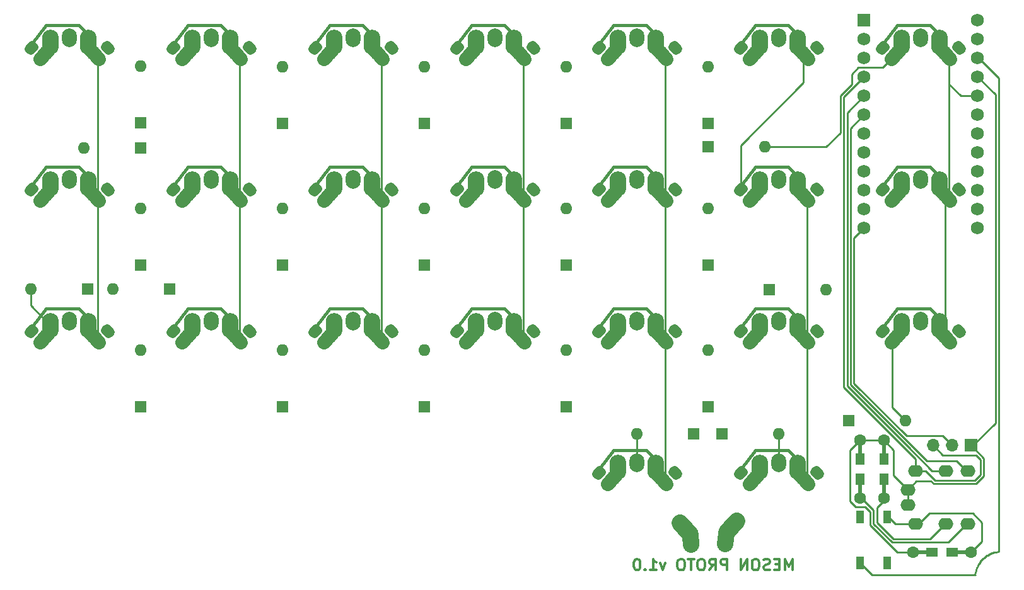
<source format=gbr>
G04 #@! TF.GenerationSoftware,KiCad,Pcbnew,(6.0.0-rc1-dev-1668-g04a478f85)*
G04 #@! TF.CreationDate,2019-04-17T01:05:03-07:00
G04 #@! TF.ProjectId,meson,6d65736f-6e2e-46b6-9963-61645f706362,rev?*
G04 #@! TF.SameCoordinates,Original*
G04 #@! TF.FileFunction,Copper,L2,Bot*
G04 #@! TF.FilePolarity,Positive*
%FSLAX46Y46*%
G04 Gerber Fmt 4.6, Leading zero omitted, Abs format (unit mm)*
G04 Created by KiCad (PCBNEW (6.0.0-rc1-dev-1668-g04a478f85)) date 2019-04-17 01:05:03*
%MOMM*%
%LPD*%
G04 APERTURE LIST*
%ADD10C,0.300000*%
%ADD11C,0.400000*%
%ADD12C,0.100000*%
%ADD13C,1.500000*%
%ADD14O,2.250000X3.350000*%
%ADD15C,1.900000*%
%ADD16C,1.900000*%
%ADD17O,2.000000X2.500000*%
%ADD18R,1.100000X1.800000*%
%ADD19C,1.600000*%
%ADD20R,2.900000X0.500000*%
%ADD21R,1.500000X1.200000*%
%ADD22C,2.200000*%
%ADD23C,2.200000*%
%ADD24C,2.250000*%
%ADD25C,2.250000*%
%ADD26O,2.000000X1.600000*%
%ADD27O,1.600000X1.600000*%
%ADD28R,1.600000X1.600000*%
%ADD29R,0.500000X2.900000*%
%ADD30R,1.200000X1.500000*%
%ADD31O,1.700000X1.700000*%
%ADD32R,1.700000X1.700000*%
%ADD33C,1.752600*%
%ADD34R,1.752600X1.752600*%
%ADD35C,0.800000*%
%ADD36C,0.250000*%
G04 APERTURE END LIST*
D10*
X230393342Y-123449471D02*
X230393342Y-121949471D01*
X229893342Y-123020900D01*
X229393342Y-121949471D01*
X229393342Y-123449471D01*
X228679057Y-122663757D02*
X228179057Y-122663757D01*
X227964771Y-123449471D02*
X228679057Y-123449471D01*
X228679057Y-121949471D01*
X227964771Y-121949471D01*
X227393342Y-123378042D02*
X227179057Y-123449471D01*
X226821914Y-123449471D01*
X226679057Y-123378042D01*
X226607628Y-123306614D01*
X226536200Y-123163757D01*
X226536200Y-123020900D01*
X226607628Y-122878042D01*
X226679057Y-122806614D01*
X226821914Y-122735185D01*
X227107628Y-122663757D01*
X227250485Y-122592328D01*
X227321914Y-122520900D01*
X227393342Y-122378042D01*
X227393342Y-122235185D01*
X227321914Y-122092328D01*
X227250485Y-122020900D01*
X227107628Y-121949471D01*
X226750485Y-121949471D01*
X226536200Y-122020900D01*
X225607628Y-121949471D02*
X225321914Y-121949471D01*
X225179057Y-122020900D01*
X225036200Y-122163757D01*
X224964771Y-122449471D01*
X224964771Y-122949471D01*
X225036200Y-123235185D01*
X225179057Y-123378042D01*
X225321914Y-123449471D01*
X225607628Y-123449471D01*
X225750485Y-123378042D01*
X225893342Y-123235185D01*
X225964771Y-122949471D01*
X225964771Y-122449471D01*
X225893342Y-122163757D01*
X225750485Y-122020900D01*
X225607628Y-121949471D01*
X224321914Y-123449471D02*
X224321914Y-121949471D01*
X223464771Y-123449471D01*
X223464771Y-121949471D01*
X221607628Y-123449471D02*
X221607628Y-121949471D01*
X221036200Y-121949471D01*
X220893342Y-122020900D01*
X220821914Y-122092328D01*
X220750485Y-122235185D01*
X220750485Y-122449471D01*
X220821914Y-122592328D01*
X220893342Y-122663757D01*
X221036200Y-122735185D01*
X221607628Y-122735185D01*
X219250485Y-123449471D02*
X219750485Y-122735185D01*
X220107628Y-123449471D02*
X220107628Y-121949471D01*
X219536200Y-121949471D01*
X219393342Y-122020900D01*
X219321914Y-122092328D01*
X219250485Y-122235185D01*
X219250485Y-122449471D01*
X219321914Y-122592328D01*
X219393342Y-122663757D01*
X219536200Y-122735185D01*
X220107628Y-122735185D01*
X218321914Y-121949471D02*
X218036200Y-121949471D01*
X217893342Y-122020900D01*
X217750485Y-122163757D01*
X217679057Y-122449471D01*
X217679057Y-122949471D01*
X217750485Y-123235185D01*
X217893342Y-123378042D01*
X218036200Y-123449471D01*
X218321914Y-123449471D01*
X218464771Y-123378042D01*
X218607628Y-123235185D01*
X218679057Y-122949471D01*
X218679057Y-122449471D01*
X218607628Y-122163757D01*
X218464771Y-122020900D01*
X218321914Y-121949471D01*
X217250485Y-121949471D02*
X216393342Y-121949471D01*
X216821914Y-123449471D02*
X216821914Y-121949471D01*
X215607628Y-121949471D02*
X215321914Y-121949471D01*
X215179057Y-122020900D01*
X215036200Y-122163757D01*
X214964771Y-122449471D01*
X214964771Y-122949471D01*
X215036200Y-123235185D01*
X215179057Y-123378042D01*
X215321914Y-123449471D01*
X215607628Y-123449471D01*
X215750485Y-123378042D01*
X215893342Y-123235185D01*
X215964771Y-122949471D01*
X215964771Y-122449471D01*
X215893342Y-122163757D01*
X215750485Y-122020900D01*
X215607628Y-121949471D01*
X213321914Y-122449471D02*
X212964771Y-123449471D01*
X212607628Y-122449471D01*
X211250485Y-123449471D02*
X212107628Y-123449471D01*
X211679057Y-123449471D02*
X211679057Y-121949471D01*
X211821914Y-122163757D01*
X211964771Y-122306614D01*
X212107628Y-122378042D01*
X210607628Y-123306614D02*
X210536200Y-123378042D01*
X210607628Y-123449471D01*
X210679057Y-123378042D01*
X210607628Y-123306614D01*
X210607628Y-123449471D01*
X209607628Y-121949471D02*
X209464771Y-121949471D01*
X209321914Y-122020900D01*
X209250485Y-122092328D01*
X209179057Y-122235185D01*
X209107628Y-122520900D01*
X209107628Y-122878042D01*
X209179057Y-123163757D01*
X209250485Y-123306614D01*
X209321914Y-123378042D01*
X209464771Y-123449471D01*
X209607628Y-123449471D01*
X209750485Y-123378042D01*
X209821914Y-123306614D01*
X209893342Y-123163757D01*
X209964771Y-122878042D01*
X209964771Y-122520900D01*
X209893342Y-122235185D01*
X209821914Y-122092328D01*
X209750485Y-122020900D01*
X209607628Y-121949471D01*
D11*
X229870000Y-69215000D02*
X231140000Y-70485000D01*
X225425000Y-69215000D02*
X229870000Y-69215000D01*
X223520000Y-71755000D02*
X225425000Y-69215000D01*
X229870000Y-107315000D02*
X231140000Y-108585000D01*
X225425000Y-107315000D02*
X229870000Y-107315000D01*
X223520000Y-109855000D02*
X225425000Y-107315000D01*
X134620000Y-50165000D02*
X135890000Y-51435000D01*
X130175000Y-50165000D02*
X134620000Y-50165000D01*
X128270000Y-52705000D02*
X130175000Y-50165000D01*
X153670000Y-50165000D02*
X154940000Y-51435000D01*
X149225000Y-50165000D02*
X153670000Y-50165000D01*
X147320000Y-52705000D02*
X149225000Y-50165000D01*
X172720000Y-50165000D02*
X173990000Y-51435000D01*
X168275000Y-50165000D02*
X172720000Y-50165000D01*
X166370000Y-52705000D02*
X168275000Y-50165000D01*
X191770000Y-50165000D02*
X193040000Y-51435000D01*
X187325000Y-50165000D02*
X191770000Y-50165000D01*
X185420000Y-52705000D02*
X187325000Y-50165000D01*
X210820000Y-50165000D02*
X212090000Y-51435000D01*
X206375000Y-50165000D02*
X210820000Y-50165000D01*
X204470000Y-52705000D02*
X206375000Y-50165000D01*
X229870000Y-50165000D02*
X231140000Y-51435000D01*
X225425000Y-50165000D02*
X229870000Y-50165000D01*
X223520000Y-52705000D02*
X225425000Y-50165000D01*
X248920000Y-50165000D02*
X250190000Y-51435000D01*
X244475000Y-50165000D02*
X248920000Y-50165000D01*
X242570000Y-52705000D02*
X244475000Y-50165000D01*
X134620000Y-69215000D02*
X135890000Y-70485000D01*
X130175000Y-69215000D02*
X134620000Y-69215000D01*
X128270000Y-71755000D02*
X130175000Y-69215000D01*
X153670000Y-69215000D02*
X154940000Y-70485000D01*
X149225000Y-69215000D02*
X153670000Y-69215000D01*
X147320000Y-71755000D02*
X149225000Y-69215000D01*
X172720000Y-69215000D02*
X173990000Y-70485000D01*
X168275000Y-69215000D02*
X172720000Y-69215000D01*
X166370000Y-71755000D02*
X168275000Y-69215000D01*
X191770000Y-69215000D02*
X193040000Y-70485000D01*
X187325000Y-69215000D02*
X191770000Y-69215000D01*
X185420000Y-71755000D02*
X187325000Y-69215000D01*
X210820000Y-69215000D02*
X212090000Y-70485000D01*
X206375000Y-69215000D02*
X210820000Y-69215000D01*
X204470000Y-71755000D02*
X206375000Y-69215000D01*
X248920000Y-69215000D02*
X250190000Y-70485000D01*
X244475000Y-69215000D02*
X248920000Y-69215000D01*
X242570000Y-71755000D02*
X244475000Y-69215000D01*
X134620000Y-88265000D02*
X135890000Y-89535000D01*
X130175000Y-88265000D02*
X134620000Y-88265000D01*
X128270000Y-90805000D02*
X130175000Y-88265000D01*
X153670000Y-88265000D02*
X154940000Y-89535000D01*
X149225000Y-88265000D02*
X153670000Y-88265000D01*
X147320000Y-90805000D02*
X149225000Y-88265000D01*
X172720000Y-88265000D02*
X173990000Y-89535000D01*
X168275000Y-88265000D02*
X172720000Y-88265000D01*
X166370000Y-90805000D02*
X168275000Y-88265000D01*
X191770000Y-88265000D02*
X193040000Y-89535000D01*
X187325000Y-88265000D02*
X191770000Y-88265000D01*
X185420000Y-90805000D02*
X187325000Y-88265000D01*
X210820000Y-88265000D02*
X212090000Y-89535000D01*
X206375000Y-88265000D02*
X210820000Y-88265000D01*
X204470000Y-90805000D02*
X206375000Y-88265000D01*
X229870000Y-88265000D02*
X231140000Y-89535000D01*
X225425000Y-88265000D02*
X229870000Y-88265000D01*
X223520000Y-90805000D02*
X225425000Y-88265000D01*
X248920000Y-88265000D02*
X250190000Y-89535000D01*
X244475000Y-88265000D02*
X248920000Y-88265000D01*
X242570000Y-90805000D02*
X244475000Y-88265000D01*
X210820000Y-107315000D02*
X212090000Y-108585000D01*
X206375000Y-107315000D02*
X210820000Y-107315000D01*
X204470000Y-109855000D02*
X206375000Y-107315000D01*
D12*
G36*
X233660705Y-71341783D02*
G01*
X233719273Y-71347848D01*
X233776964Y-71359625D01*
X233833224Y-71377000D01*
X233887509Y-71399806D01*
X233939298Y-71427822D01*
X233988091Y-71460780D01*
X234033418Y-71498362D01*
X234074844Y-71540206D01*
X234475543Y-71986793D01*
X234512668Y-72032495D01*
X234545135Y-72081617D01*
X234572630Y-72133684D01*
X234594890Y-72188196D01*
X234611699Y-72244627D01*
X234622896Y-72302433D01*
X234628373Y-72361059D01*
X234628078Y-72419940D01*
X234622013Y-72478508D01*
X234610236Y-72536199D01*
X234592861Y-72592458D01*
X234570055Y-72646744D01*
X234542039Y-72698532D01*
X234509081Y-72747326D01*
X234471499Y-72792653D01*
X234429655Y-72834079D01*
X234206362Y-73034428D01*
X234160659Y-73071553D01*
X234111538Y-73104020D01*
X234059471Y-73131515D01*
X234004959Y-73153775D01*
X233948528Y-73170584D01*
X233890722Y-73181781D01*
X233832096Y-73187258D01*
X233773215Y-73186963D01*
X233714647Y-73180898D01*
X233656956Y-73169121D01*
X233600696Y-73151746D01*
X233546411Y-73128940D01*
X233494622Y-73100924D01*
X233445829Y-73067966D01*
X233400502Y-73030384D01*
X233359076Y-72988540D01*
X232958377Y-72541953D01*
X232921252Y-72496251D01*
X232888785Y-72447129D01*
X232861290Y-72395062D01*
X232839030Y-72340550D01*
X232822221Y-72284119D01*
X232811024Y-72226313D01*
X232805547Y-72167687D01*
X232805842Y-72108806D01*
X232811907Y-72050238D01*
X232823684Y-71992547D01*
X232841059Y-71936288D01*
X232863865Y-71882002D01*
X232891881Y-71830214D01*
X232924839Y-71781420D01*
X232962421Y-71736093D01*
X233004265Y-71694667D01*
X233227558Y-71494318D01*
X233273261Y-71457193D01*
X233322382Y-71424726D01*
X233374449Y-71397231D01*
X233428961Y-71374971D01*
X233485392Y-71358162D01*
X233543198Y-71346965D01*
X233601824Y-71341488D01*
X233660705Y-71341783D01*
X233660705Y-71341783D01*
G37*
D13*
X233716960Y-72264373D03*
D14*
X231140000Y-71494167D03*
D15*
X225444995Y-72929996D03*
D16*
X224673129Y-73790255D02*
X226216861Y-72069737D01*
D17*
X228600000Y-70913495D03*
D12*
G36*
X223656802Y-71346965D02*
G01*
X223714608Y-71358162D01*
X223771039Y-71374971D01*
X223825551Y-71397231D01*
X223877618Y-71424726D01*
X223926740Y-71457193D01*
X223972442Y-71494318D01*
X224195735Y-71694667D01*
X224237579Y-71736093D01*
X224275161Y-71781420D01*
X224308119Y-71830213D01*
X224336135Y-71882002D01*
X224358941Y-71936287D01*
X224376316Y-71992547D01*
X224388093Y-72050238D01*
X224394158Y-72108806D01*
X224394453Y-72167687D01*
X224388976Y-72226313D01*
X224377779Y-72284119D01*
X224360970Y-72340550D01*
X224338710Y-72395062D01*
X224311215Y-72447129D01*
X224278748Y-72496250D01*
X224241623Y-72541953D01*
X223840924Y-72988540D01*
X223799498Y-73030384D01*
X223754171Y-73067966D01*
X223705377Y-73100924D01*
X223653589Y-73128940D01*
X223599303Y-73151746D01*
X223543044Y-73169121D01*
X223485353Y-73180898D01*
X223426785Y-73186963D01*
X223367904Y-73187258D01*
X223309278Y-73181781D01*
X223251472Y-73170584D01*
X223195041Y-73153775D01*
X223140529Y-73131515D01*
X223088462Y-73104020D01*
X223039340Y-73071553D01*
X222993638Y-73034428D01*
X222770345Y-72834079D01*
X222728501Y-72792653D01*
X222690919Y-72747326D01*
X222657961Y-72698533D01*
X222629945Y-72646744D01*
X222607139Y-72592459D01*
X222589764Y-72536199D01*
X222577987Y-72478508D01*
X222571922Y-72419940D01*
X222571627Y-72361059D01*
X222577104Y-72302433D01*
X222588301Y-72244627D01*
X222605110Y-72188196D01*
X222627370Y-72133684D01*
X222654865Y-72081617D01*
X222687332Y-72032496D01*
X222724457Y-71986793D01*
X223125156Y-71540206D01*
X223166582Y-71498362D01*
X223211909Y-71460780D01*
X223260703Y-71427822D01*
X223312491Y-71399806D01*
X223366777Y-71377000D01*
X223423036Y-71359625D01*
X223480727Y-71347848D01*
X223539295Y-71341783D01*
X223598176Y-71341488D01*
X223656802Y-71346965D01*
X223656802Y-71346965D01*
G37*
D13*
X223483040Y-72264373D03*
D14*
X226060000Y-71494167D03*
D15*
X231755005Y-72929996D03*
D16*
X232526871Y-73790255D02*
X230983139Y-72069737D01*
D18*
X239450000Y-122480000D03*
X243150000Y-116280000D03*
X243150000Y-122480000D03*
X239450000Y-116280000D03*
D19*
X246607500Y-121031000D03*
X254407500Y-121031000D03*
D20*
X248007500Y-121031000D03*
D21*
X249157500Y-121031000D03*
X251857500Y-121031000D03*
D20*
X253007500Y-121031000D03*
D12*
G36*
X233660705Y-109441783D02*
G01*
X233719273Y-109447848D01*
X233776964Y-109459625D01*
X233833224Y-109477000D01*
X233887509Y-109499806D01*
X233939298Y-109527822D01*
X233988091Y-109560780D01*
X234033418Y-109598362D01*
X234074844Y-109640206D01*
X234475543Y-110086793D01*
X234512668Y-110132495D01*
X234545135Y-110181617D01*
X234572630Y-110233684D01*
X234594890Y-110288196D01*
X234611699Y-110344627D01*
X234622896Y-110402433D01*
X234628373Y-110461059D01*
X234628078Y-110519940D01*
X234622013Y-110578508D01*
X234610236Y-110636199D01*
X234592861Y-110692458D01*
X234570055Y-110746744D01*
X234542039Y-110798532D01*
X234509081Y-110847326D01*
X234471499Y-110892653D01*
X234429655Y-110934079D01*
X234206362Y-111134428D01*
X234160659Y-111171553D01*
X234111538Y-111204020D01*
X234059471Y-111231515D01*
X234004959Y-111253775D01*
X233948528Y-111270584D01*
X233890722Y-111281781D01*
X233832096Y-111287258D01*
X233773215Y-111286963D01*
X233714647Y-111280898D01*
X233656956Y-111269121D01*
X233600696Y-111251746D01*
X233546411Y-111228940D01*
X233494622Y-111200924D01*
X233445829Y-111167966D01*
X233400502Y-111130384D01*
X233359076Y-111088540D01*
X232958377Y-110641953D01*
X232921252Y-110596251D01*
X232888785Y-110547129D01*
X232861290Y-110495062D01*
X232839030Y-110440550D01*
X232822221Y-110384119D01*
X232811024Y-110326313D01*
X232805547Y-110267687D01*
X232805842Y-110208806D01*
X232811907Y-110150238D01*
X232823684Y-110092547D01*
X232841059Y-110036288D01*
X232863865Y-109982002D01*
X232891881Y-109930214D01*
X232924839Y-109881420D01*
X232962421Y-109836093D01*
X233004265Y-109794667D01*
X233227558Y-109594318D01*
X233273261Y-109557193D01*
X233322382Y-109524726D01*
X233374449Y-109497231D01*
X233428961Y-109474971D01*
X233485392Y-109458162D01*
X233543198Y-109446965D01*
X233601824Y-109441488D01*
X233660705Y-109441783D01*
X233660705Y-109441783D01*
G37*
D13*
X233716960Y-110364373D03*
D14*
X231140000Y-109594167D03*
D15*
X225444995Y-111029996D03*
D16*
X224673129Y-111890255D02*
X226216861Y-110169737D01*
D17*
X228600000Y-109013495D03*
D12*
G36*
X223656802Y-109446965D02*
G01*
X223714608Y-109458162D01*
X223771039Y-109474971D01*
X223825551Y-109497231D01*
X223877618Y-109524726D01*
X223926740Y-109557193D01*
X223972442Y-109594318D01*
X224195735Y-109794667D01*
X224237579Y-109836093D01*
X224275161Y-109881420D01*
X224308119Y-109930213D01*
X224336135Y-109982002D01*
X224358941Y-110036287D01*
X224376316Y-110092547D01*
X224388093Y-110150238D01*
X224394158Y-110208806D01*
X224394453Y-110267687D01*
X224388976Y-110326313D01*
X224377779Y-110384119D01*
X224360970Y-110440550D01*
X224338710Y-110495062D01*
X224311215Y-110547129D01*
X224278748Y-110596250D01*
X224241623Y-110641953D01*
X223840924Y-111088540D01*
X223799498Y-111130384D01*
X223754171Y-111167966D01*
X223705377Y-111200924D01*
X223653589Y-111228940D01*
X223599303Y-111251746D01*
X223543044Y-111269121D01*
X223485353Y-111280898D01*
X223426785Y-111286963D01*
X223367904Y-111287258D01*
X223309278Y-111281781D01*
X223251472Y-111270584D01*
X223195041Y-111253775D01*
X223140529Y-111231515D01*
X223088462Y-111204020D01*
X223039340Y-111171553D01*
X222993638Y-111134428D01*
X222770345Y-110934079D01*
X222728501Y-110892653D01*
X222690919Y-110847326D01*
X222657961Y-110798533D01*
X222629945Y-110746744D01*
X222607139Y-110692459D01*
X222589764Y-110636199D01*
X222577987Y-110578508D01*
X222571922Y-110519940D01*
X222571627Y-110461059D01*
X222577104Y-110402433D01*
X222588301Y-110344627D01*
X222605110Y-110288196D01*
X222627370Y-110233684D01*
X222654865Y-110181617D01*
X222687332Y-110132496D01*
X222724457Y-110086793D01*
X223125156Y-109640206D01*
X223166582Y-109598362D01*
X223211909Y-109560780D01*
X223260703Y-109527822D01*
X223312491Y-109499806D01*
X223366777Y-109477000D01*
X223423036Y-109459625D01*
X223480727Y-109447848D01*
X223539295Y-109441783D01*
X223598176Y-109441488D01*
X223656802Y-109446965D01*
X223656802Y-109446965D01*
G37*
D13*
X223483040Y-110364373D03*
D14*
X226060000Y-109594167D03*
D15*
X231755005Y-111029996D03*
D16*
X232526871Y-111890255D02*
X230983139Y-110169737D01*
D22*
X221445946Y-119249389D03*
D23*
X221494776Y-118551094D02*
X221397116Y-119947684D01*
D22*
X216727735Y-119319247D03*
D23*
X216678905Y-118620952D02*
X216776565Y-120017542D01*
D24*
X215919995Y-117768850D03*
D25*
X215265000Y-117038846D02*
X216574990Y-118498854D01*
D24*
X222228731Y-117568860D03*
D25*
X222885000Y-116840000D02*
X221572462Y-118297720D01*
D26*
X250975000Y-117235000D03*
X253975000Y-117235000D03*
X246975000Y-117235000D03*
X245875000Y-112635000D03*
X250975000Y-110095000D03*
X253975000Y-110095000D03*
X246975000Y-110095000D03*
X245875000Y-114695000D03*
D27*
X135249920Y-66682620D03*
D28*
X142869920Y-66682620D03*
D27*
X142875000Y-55676800D03*
D28*
X142875000Y-63296800D03*
D27*
X161925000Y-55753000D03*
D28*
X161925000Y-63373000D03*
D27*
X180975000Y-55753000D03*
D28*
X180975000Y-63373000D03*
D27*
X200025000Y-55753000D03*
D28*
X200025000Y-63373000D03*
D27*
X219075000Y-55753000D03*
D28*
X219075000Y-63373000D03*
D27*
X226695000Y-66548000D03*
D28*
X219075000Y-66548000D03*
D27*
X139128500Y-85661500D03*
D28*
X146748500Y-85661500D03*
D27*
X142875000Y-74803000D03*
D28*
X142875000Y-82423000D03*
D27*
X161925000Y-74803000D03*
D28*
X161925000Y-82423000D03*
D27*
X180975000Y-74803000D03*
D28*
X180975000Y-82423000D03*
D27*
X200025000Y-74803000D03*
D28*
X200025000Y-82423000D03*
D27*
X219075000Y-74803000D03*
D28*
X219075000Y-82423000D03*
D27*
X234950000Y-85725000D03*
D28*
X227330000Y-85725000D03*
D27*
X128143000Y-85661500D03*
D28*
X135763000Y-85661500D03*
D27*
X142875000Y-93853000D03*
D28*
X142875000Y-101473000D03*
D27*
X161925000Y-93853000D03*
D28*
X161925000Y-101473000D03*
D27*
X180975000Y-93853000D03*
D28*
X180975000Y-101473000D03*
D27*
X200025000Y-93853000D03*
D28*
X200025000Y-101473000D03*
D27*
X219075000Y-93853000D03*
D28*
X219075000Y-101473000D03*
D27*
X245618000Y-103378000D03*
D28*
X237998000Y-103378000D03*
D27*
X209550000Y-105156000D03*
D28*
X217170000Y-105156000D03*
D27*
X228600000Y-105156000D03*
D28*
X220980000Y-105156000D03*
D12*
G36*
X138410705Y-52291783D02*
G01*
X138469273Y-52297848D01*
X138526964Y-52309625D01*
X138583224Y-52327000D01*
X138637509Y-52349806D01*
X138689298Y-52377822D01*
X138738091Y-52410780D01*
X138783418Y-52448362D01*
X138824844Y-52490206D01*
X139225543Y-52936793D01*
X139262668Y-52982495D01*
X139295135Y-53031617D01*
X139322630Y-53083684D01*
X139344890Y-53138196D01*
X139361699Y-53194627D01*
X139372896Y-53252433D01*
X139378373Y-53311059D01*
X139378078Y-53369940D01*
X139372013Y-53428508D01*
X139360236Y-53486199D01*
X139342861Y-53542458D01*
X139320055Y-53596744D01*
X139292039Y-53648532D01*
X139259081Y-53697326D01*
X139221499Y-53742653D01*
X139179655Y-53784079D01*
X138956362Y-53984428D01*
X138910659Y-54021553D01*
X138861538Y-54054020D01*
X138809471Y-54081515D01*
X138754959Y-54103775D01*
X138698528Y-54120584D01*
X138640722Y-54131781D01*
X138582096Y-54137258D01*
X138523215Y-54136963D01*
X138464647Y-54130898D01*
X138406956Y-54119121D01*
X138350696Y-54101746D01*
X138296411Y-54078940D01*
X138244622Y-54050924D01*
X138195829Y-54017966D01*
X138150502Y-53980384D01*
X138109076Y-53938540D01*
X137708377Y-53491953D01*
X137671252Y-53446251D01*
X137638785Y-53397129D01*
X137611290Y-53345062D01*
X137589030Y-53290550D01*
X137572221Y-53234119D01*
X137561024Y-53176313D01*
X137555547Y-53117687D01*
X137555842Y-53058806D01*
X137561907Y-53000238D01*
X137573684Y-52942547D01*
X137591059Y-52886288D01*
X137613865Y-52832002D01*
X137641881Y-52780214D01*
X137674839Y-52731420D01*
X137712421Y-52686093D01*
X137754265Y-52644667D01*
X137977558Y-52444318D01*
X138023261Y-52407193D01*
X138072382Y-52374726D01*
X138124449Y-52347231D01*
X138178961Y-52324971D01*
X138235392Y-52308162D01*
X138293198Y-52296965D01*
X138351824Y-52291488D01*
X138410705Y-52291783D01*
X138410705Y-52291783D01*
G37*
D13*
X138466960Y-53214373D03*
D14*
X135890000Y-52444167D03*
D15*
X130194995Y-53879996D03*
D16*
X129423129Y-54740255D02*
X130966861Y-53019737D01*
D17*
X133350000Y-51863495D03*
D12*
G36*
X128406802Y-52296965D02*
G01*
X128464608Y-52308162D01*
X128521039Y-52324971D01*
X128575551Y-52347231D01*
X128627618Y-52374726D01*
X128676740Y-52407193D01*
X128722442Y-52444318D01*
X128945735Y-52644667D01*
X128987579Y-52686093D01*
X129025161Y-52731420D01*
X129058119Y-52780213D01*
X129086135Y-52832002D01*
X129108941Y-52886287D01*
X129126316Y-52942547D01*
X129138093Y-53000238D01*
X129144158Y-53058806D01*
X129144453Y-53117687D01*
X129138976Y-53176313D01*
X129127779Y-53234119D01*
X129110970Y-53290550D01*
X129088710Y-53345062D01*
X129061215Y-53397129D01*
X129028748Y-53446250D01*
X128991623Y-53491953D01*
X128590924Y-53938540D01*
X128549498Y-53980384D01*
X128504171Y-54017966D01*
X128455377Y-54050924D01*
X128403589Y-54078940D01*
X128349303Y-54101746D01*
X128293044Y-54119121D01*
X128235353Y-54130898D01*
X128176785Y-54136963D01*
X128117904Y-54137258D01*
X128059278Y-54131781D01*
X128001472Y-54120584D01*
X127945041Y-54103775D01*
X127890529Y-54081515D01*
X127838462Y-54054020D01*
X127789340Y-54021553D01*
X127743638Y-53984428D01*
X127520345Y-53784079D01*
X127478501Y-53742653D01*
X127440919Y-53697326D01*
X127407961Y-53648533D01*
X127379945Y-53596744D01*
X127357139Y-53542459D01*
X127339764Y-53486199D01*
X127327987Y-53428508D01*
X127321922Y-53369940D01*
X127321627Y-53311059D01*
X127327104Y-53252433D01*
X127338301Y-53194627D01*
X127355110Y-53138196D01*
X127377370Y-53083684D01*
X127404865Y-53031617D01*
X127437332Y-52982496D01*
X127474457Y-52936793D01*
X127875156Y-52490206D01*
X127916582Y-52448362D01*
X127961909Y-52410780D01*
X128010703Y-52377822D01*
X128062491Y-52349806D01*
X128116777Y-52327000D01*
X128173036Y-52309625D01*
X128230727Y-52297848D01*
X128289295Y-52291783D01*
X128348176Y-52291488D01*
X128406802Y-52296965D01*
X128406802Y-52296965D01*
G37*
D13*
X128233040Y-53214373D03*
D14*
X130810000Y-52444167D03*
D15*
X136505005Y-53879996D03*
D16*
X137276871Y-54740255D02*
X135733139Y-53019737D01*
D12*
G36*
X157460705Y-52291783D02*
G01*
X157519273Y-52297848D01*
X157576964Y-52309625D01*
X157633224Y-52327000D01*
X157687509Y-52349806D01*
X157739298Y-52377822D01*
X157788091Y-52410780D01*
X157833418Y-52448362D01*
X157874844Y-52490206D01*
X158275543Y-52936793D01*
X158312668Y-52982495D01*
X158345135Y-53031617D01*
X158372630Y-53083684D01*
X158394890Y-53138196D01*
X158411699Y-53194627D01*
X158422896Y-53252433D01*
X158428373Y-53311059D01*
X158428078Y-53369940D01*
X158422013Y-53428508D01*
X158410236Y-53486199D01*
X158392861Y-53542458D01*
X158370055Y-53596744D01*
X158342039Y-53648532D01*
X158309081Y-53697326D01*
X158271499Y-53742653D01*
X158229655Y-53784079D01*
X158006362Y-53984428D01*
X157960659Y-54021553D01*
X157911538Y-54054020D01*
X157859471Y-54081515D01*
X157804959Y-54103775D01*
X157748528Y-54120584D01*
X157690722Y-54131781D01*
X157632096Y-54137258D01*
X157573215Y-54136963D01*
X157514647Y-54130898D01*
X157456956Y-54119121D01*
X157400696Y-54101746D01*
X157346411Y-54078940D01*
X157294622Y-54050924D01*
X157245829Y-54017966D01*
X157200502Y-53980384D01*
X157159076Y-53938540D01*
X156758377Y-53491953D01*
X156721252Y-53446251D01*
X156688785Y-53397129D01*
X156661290Y-53345062D01*
X156639030Y-53290550D01*
X156622221Y-53234119D01*
X156611024Y-53176313D01*
X156605547Y-53117687D01*
X156605842Y-53058806D01*
X156611907Y-53000238D01*
X156623684Y-52942547D01*
X156641059Y-52886288D01*
X156663865Y-52832002D01*
X156691881Y-52780214D01*
X156724839Y-52731420D01*
X156762421Y-52686093D01*
X156804265Y-52644667D01*
X157027558Y-52444318D01*
X157073261Y-52407193D01*
X157122382Y-52374726D01*
X157174449Y-52347231D01*
X157228961Y-52324971D01*
X157285392Y-52308162D01*
X157343198Y-52296965D01*
X157401824Y-52291488D01*
X157460705Y-52291783D01*
X157460705Y-52291783D01*
G37*
D13*
X157516960Y-53214373D03*
D14*
X154940000Y-52444167D03*
D15*
X149244995Y-53879996D03*
D16*
X148473129Y-54740255D02*
X150016861Y-53019737D01*
D17*
X152400000Y-51863495D03*
D12*
G36*
X147456802Y-52296965D02*
G01*
X147514608Y-52308162D01*
X147571039Y-52324971D01*
X147625551Y-52347231D01*
X147677618Y-52374726D01*
X147726740Y-52407193D01*
X147772442Y-52444318D01*
X147995735Y-52644667D01*
X148037579Y-52686093D01*
X148075161Y-52731420D01*
X148108119Y-52780213D01*
X148136135Y-52832002D01*
X148158941Y-52886287D01*
X148176316Y-52942547D01*
X148188093Y-53000238D01*
X148194158Y-53058806D01*
X148194453Y-53117687D01*
X148188976Y-53176313D01*
X148177779Y-53234119D01*
X148160970Y-53290550D01*
X148138710Y-53345062D01*
X148111215Y-53397129D01*
X148078748Y-53446250D01*
X148041623Y-53491953D01*
X147640924Y-53938540D01*
X147599498Y-53980384D01*
X147554171Y-54017966D01*
X147505377Y-54050924D01*
X147453589Y-54078940D01*
X147399303Y-54101746D01*
X147343044Y-54119121D01*
X147285353Y-54130898D01*
X147226785Y-54136963D01*
X147167904Y-54137258D01*
X147109278Y-54131781D01*
X147051472Y-54120584D01*
X146995041Y-54103775D01*
X146940529Y-54081515D01*
X146888462Y-54054020D01*
X146839340Y-54021553D01*
X146793638Y-53984428D01*
X146570345Y-53784079D01*
X146528501Y-53742653D01*
X146490919Y-53697326D01*
X146457961Y-53648533D01*
X146429945Y-53596744D01*
X146407139Y-53542459D01*
X146389764Y-53486199D01*
X146377987Y-53428508D01*
X146371922Y-53369940D01*
X146371627Y-53311059D01*
X146377104Y-53252433D01*
X146388301Y-53194627D01*
X146405110Y-53138196D01*
X146427370Y-53083684D01*
X146454865Y-53031617D01*
X146487332Y-52982496D01*
X146524457Y-52936793D01*
X146925156Y-52490206D01*
X146966582Y-52448362D01*
X147011909Y-52410780D01*
X147060703Y-52377822D01*
X147112491Y-52349806D01*
X147166777Y-52327000D01*
X147223036Y-52309625D01*
X147280727Y-52297848D01*
X147339295Y-52291783D01*
X147398176Y-52291488D01*
X147456802Y-52296965D01*
X147456802Y-52296965D01*
G37*
D13*
X147283040Y-53214373D03*
D14*
X149860000Y-52444167D03*
D15*
X155555005Y-53879996D03*
D16*
X156326871Y-54740255D02*
X154783139Y-53019737D01*
D12*
G36*
X176510705Y-52291783D02*
G01*
X176569273Y-52297848D01*
X176626964Y-52309625D01*
X176683224Y-52327000D01*
X176737509Y-52349806D01*
X176789298Y-52377822D01*
X176838091Y-52410780D01*
X176883418Y-52448362D01*
X176924844Y-52490206D01*
X177325543Y-52936793D01*
X177362668Y-52982495D01*
X177395135Y-53031617D01*
X177422630Y-53083684D01*
X177444890Y-53138196D01*
X177461699Y-53194627D01*
X177472896Y-53252433D01*
X177478373Y-53311059D01*
X177478078Y-53369940D01*
X177472013Y-53428508D01*
X177460236Y-53486199D01*
X177442861Y-53542458D01*
X177420055Y-53596744D01*
X177392039Y-53648532D01*
X177359081Y-53697326D01*
X177321499Y-53742653D01*
X177279655Y-53784079D01*
X177056362Y-53984428D01*
X177010659Y-54021553D01*
X176961538Y-54054020D01*
X176909471Y-54081515D01*
X176854959Y-54103775D01*
X176798528Y-54120584D01*
X176740722Y-54131781D01*
X176682096Y-54137258D01*
X176623215Y-54136963D01*
X176564647Y-54130898D01*
X176506956Y-54119121D01*
X176450696Y-54101746D01*
X176396411Y-54078940D01*
X176344622Y-54050924D01*
X176295829Y-54017966D01*
X176250502Y-53980384D01*
X176209076Y-53938540D01*
X175808377Y-53491953D01*
X175771252Y-53446251D01*
X175738785Y-53397129D01*
X175711290Y-53345062D01*
X175689030Y-53290550D01*
X175672221Y-53234119D01*
X175661024Y-53176313D01*
X175655547Y-53117687D01*
X175655842Y-53058806D01*
X175661907Y-53000238D01*
X175673684Y-52942547D01*
X175691059Y-52886288D01*
X175713865Y-52832002D01*
X175741881Y-52780214D01*
X175774839Y-52731420D01*
X175812421Y-52686093D01*
X175854265Y-52644667D01*
X176077558Y-52444318D01*
X176123261Y-52407193D01*
X176172382Y-52374726D01*
X176224449Y-52347231D01*
X176278961Y-52324971D01*
X176335392Y-52308162D01*
X176393198Y-52296965D01*
X176451824Y-52291488D01*
X176510705Y-52291783D01*
X176510705Y-52291783D01*
G37*
D13*
X176566960Y-53214373D03*
D14*
X173990000Y-52444167D03*
D15*
X168294995Y-53879996D03*
D16*
X167523129Y-54740255D02*
X169066861Y-53019737D01*
D17*
X171450000Y-51863495D03*
D12*
G36*
X166506802Y-52296965D02*
G01*
X166564608Y-52308162D01*
X166621039Y-52324971D01*
X166675551Y-52347231D01*
X166727618Y-52374726D01*
X166776740Y-52407193D01*
X166822442Y-52444318D01*
X167045735Y-52644667D01*
X167087579Y-52686093D01*
X167125161Y-52731420D01*
X167158119Y-52780213D01*
X167186135Y-52832002D01*
X167208941Y-52886287D01*
X167226316Y-52942547D01*
X167238093Y-53000238D01*
X167244158Y-53058806D01*
X167244453Y-53117687D01*
X167238976Y-53176313D01*
X167227779Y-53234119D01*
X167210970Y-53290550D01*
X167188710Y-53345062D01*
X167161215Y-53397129D01*
X167128748Y-53446250D01*
X167091623Y-53491953D01*
X166690924Y-53938540D01*
X166649498Y-53980384D01*
X166604171Y-54017966D01*
X166555377Y-54050924D01*
X166503589Y-54078940D01*
X166449303Y-54101746D01*
X166393044Y-54119121D01*
X166335353Y-54130898D01*
X166276785Y-54136963D01*
X166217904Y-54137258D01*
X166159278Y-54131781D01*
X166101472Y-54120584D01*
X166045041Y-54103775D01*
X165990529Y-54081515D01*
X165938462Y-54054020D01*
X165889340Y-54021553D01*
X165843638Y-53984428D01*
X165620345Y-53784079D01*
X165578501Y-53742653D01*
X165540919Y-53697326D01*
X165507961Y-53648533D01*
X165479945Y-53596744D01*
X165457139Y-53542459D01*
X165439764Y-53486199D01*
X165427987Y-53428508D01*
X165421922Y-53369940D01*
X165421627Y-53311059D01*
X165427104Y-53252433D01*
X165438301Y-53194627D01*
X165455110Y-53138196D01*
X165477370Y-53083684D01*
X165504865Y-53031617D01*
X165537332Y-52982496D01*
X165574457Y-52936793D01*
X165975156Y-52490206D01*
X166016582Y-52448362D01*
X166061909Y-52410780D01*
X166110703Y-52377822D01*
X166162491Y-52349806D01*
X166216777Y-52327000D01*
X166273036Y-52309625D01*
X166330727Y-52297848D01*
X166389295Y-52291783D01*
X166448176Y-52291488D01*
X166506802Y-52296965D01*
X166506802Y-52296965D01*
G37*
D13*
X166333040Y-53214373D03*
D14*
X168910000Y-52444167D03*
D15*
X174605005Y-53879996D03*
D16*
X175376871Y-54740255D02*
X173833139Y-53019737D01*
D12*
G36*
X195560705Y-52291783D02*
G01*
X195619273Y-52297848D01*
X195676964Y-52309625D01*
X195733224Y-52327000D01*
X195787509Y-52349806D01*
X195839298Y-52377822D01*
X195888091Y-52410780D01*
X195933418Y-52448362D01*
X195974844Y-52490206D01*
X196375543Y-52936793D01*
X196412668Y-52982495D01*
X196445135Y-53031617D01*
X196472630Y-53083684D01*
X196494890Y-53138196D01*
X196511699Y-53194627D01*
X196522896Y-53252433D01*
X196528373Y-53311059D01*
X196528078Y-53369940D01*
X196522013Y-53428508D01*
X196510236Y-53486199D01*
X196492861Y-53542458D01*
X196470055Y-53596744D01*
X196442039Y-53648532D01*
X196409081Y-53697326D01*
X196371499Y-53742653D01*
X196329655Y-53784079D01*
X196106362Y-53984428D01*
X196060659Y-54021553D01*
X196011538Y-54054020D01*
X195959471Y-54081515D01*
X195904959Y-54103775D01*
X195848528Y-54120584D01*
X195790722Y-54131781D01*
X195732096Y-54137258D01*
X195673215Y-54136963D01*
X195614647Y-54130898D01*
X195556956Y-54119121D01*
X195500696Y-54101746D01*
X195446411Y-54078940D01*
X195394622Y-54050924D01*
X195345829Y-54017966D01*
X195300502Y-53980384D01*
X195259076Y-53938540D01*
X194858377Y-53491953D01*
X194821252Y-53446251D01*
X194788785Y-53397129D01*
X194761290Y-53345062D01*
X194739030Y-53290550D01*
X194722221Y-53234119D01*
X194711024Y-53176313D01*
X194705547Y-53117687D01*
X194705842Y-53058806D01*
X194711907Y-53000238D01*
X194723684Y-52942547D01*
X194741059Y-52886288D01*
X194763865Y-52832002D01*
X194791881Y-52780214D01*
X194824839Y-52731420D01*
X194862421Y-52686093D01*
X194904265Y-52644667D01*
X195127558Y-52444318D01*
X195173261Y-52407193D01*
X195222382Y-52374726D01*
X195274449Y-52347231D01*
X195328961Y-52324971D01*
X195385392Y-52308162D01*
X195443198Y-52296965D01*
X195501824Y-52291488D01*
X195560705Y-52291783D01*
X195560705Y-52291783D01*
G37*
D13*
X195616960Y-53214373D03*
D14*
X193040000Y-52444167D03*
D15*
X187344995Y-53879996D03*
D16*
X186573129Y-54740255D02*
X188116861Y-53019737D01*
D17*
X190500000Y-51863495D03*
D12*
G36*
X185556802Y-52296965D02*
G01*
X185614608Y-52308162D01*
X185671039Y-52324971D01*
X185725551Y-52347231D01*
X185777618Y-52374726D01*
X185826740Y-52407193D01*
X185872442Y-52444318D01*
X186095735Y-52644667D01*
X186137579Y-52686093D01*
X186175161Y-52731420D01*
X186208119Y-52780213D01*
X186236135Y-52832002D01*
X186258941Y-52886287D01*
X186276316Y-52942547D01*
X186288093Y-53000238D01*
X186294158Y-53058806D01*
X186294453Y-53117687D01*
X186288976Y-53176313D01*
X186277779Y-53234119D01*
X186260970Y-53290550D01*
X186238710Y-53345062D01*
X186211215Y-53397129D01*
X186178748Y-53446250D01*
X186141623Y-53491953D01*
X185740924Y-53938540D01*
X185699498Y-53980384D01*
X185654171Y-54017966D01*
X185605377Y-54050924D01*
X185553589Y-54078940D01*
X185499303Y-54101746D01*
X185443044Y-54119121D01*
X185385353Y-54130898D01*
X185326785Y-54136963D01*
X185267904Y-54137258D01*
X185209278Y-54131781D01*
X185151472Y-54120584D01*
X185095041Y-54103775D01*
X185040529Y-54081515D01*
X184988462Y-54054020D01*
X184939340Y-54021553D01*
X184893638Y-53984428D01*
X184670345Y-53784079D01*
X184628501Y-53742653D01*
X184590919Y-53697326D01*
X184557961Y-53648533D01*
X184529945Y-53596744D01*
X184507139Y-53542459D01*
X184489764Y-53486199D01*
X184477987Y-53428508D01*
X184471922Y-53369940D01*
X184471627Y-53311059D01*
X184477104Y-53252433D01*
X184488301Y-53194627D01*
X184505110Y-53138196D01*
X184527370Y-53083684D01*
X184554865Y-53031617D01*
X184587332Y-52982496D01*
X184624457Y-52936793D01*
X185025156Y-52490206D01*
X185066582Y-52448362D01*
X185111909Y-52410780D01*
X185160703Y-52377822D01*
X185212491Y-52349806D01*
X185266777Y-52327000D01*
X185323036Y-52309625D01*
X185380727Y-52297848D01*
X185439295Y-52291783D01*
X185498176Y-52291488D01*
X185556802Y-52296965D01*
X185556802Y-52296965D01*
G37*
D13*
X185383040Y-53214373D03*
D14*
X187960000Y-52444167D03*
D15*
X193655005Y-53879996D03*
D16*
X194426871Y-54740255D02*
X192883139Y-53019737D01*
D12*
G36*
X214610705Y-52291783D02*
G01*
X214669273Y-52297848D01*
X214726964Y-52309625D01*
X214783224Y-52327000D01*
X214837509Y-52349806D01*
X214889298Y-52377822D01*
X214938091Y-52410780D01*
X214983418Y-52448362D01*
X215024844Y-52490206D01*
X215425543Y-52936793D01*
X215462668Y-52982495D01*
X215495135Y-53031617D01*
X215522630Y-53083684D01*
X215544890Y-53138196D01*
X215561699Y-53194627D01*
X215572896Y-53252433D01*
X215578373Y-53311059D01*
X215578078Y-53369940D01*
X215572013Y-53428508D01*
X215560236Y-53486199D01*
X215542861Y-53542458D01*
X215520055Y-53596744D01*
X215492039Y-53648532D01*
X215459081Y-53697326D01*
X215421499Y-53742653D01*
X215379655Y-53784079D01*
X215156362Y-53984428D01*
X215110659Y-54021553D01*
X215061538Y-54054020D01*
X215009471Y-54081515D01*
X214954959Y-54103775D01*
X214898528Y-54120584D01*
X214840722Y-54131781D01*
X214782096Y-54137258D01*
X214723215Y-54136963D01*
X214664647Y-54130898D01*
X214606956Y-54119121D01*
X214550696Y-54101746D01*
X214496411Y-54078940D01*
X214444622Y-54050924D01*
X214395829Y-54017966D01*
X214350502Y-53980384D01*
X214309076Y-53938540D01*
X213908377Y-53491953D01*
X213871252Y-53446251D01*
X213838785Y-53397129D01*
X213811290Y-53345062D01*
X213789030Y-53290550D01*
X213772221Y-53234119D01*
X213761024Y-53176313D01*
X213755547Y-53117687D01*
X213755842Y-53058806D01*
X213761907Y-53000238D01*
X213773684Y-52942547D01*
X213791059Y-52886288D01*
X213813865Y-52832002D01*
X213841881Y-52780214D01*
X213874839Y-52731420D01*
X213912421Y-52686093D01*
X213954265Y-52644667D01*
X214177558Y-52444318D01*
X214223261Y-52407193D01*
X214272382Y-52374726D01*
X214324449Y-52347231D01*
X214378961Y-52324971D01*
X214435392Y-52308162D01*
X214493198Y-52296965D01*
X214551824Y-52291488D01*
X214610705Y-52291783D01*
X214610705Y-52291783D01*
G37*
D13*
X214666960Y-53214373D03*
D14*
X212090000Y-52444167D03*
D15*
X206394995Y-53879996D03*
D16*
X205623129Y-54740255D02*
X207166861Y-53019737D01*
D17*
X209550000Y-51863495D03*
D12*
G36*
X204606802Y-52296965D02*
G01*
X204664608Y-52308162D01*
X204721039Y-52324971D01*
X204775551Y-52347231D01*
X204827618Y-52374726D01*
X204876740Y-52407193D01*
X204922442Y-52444318D01*
X205145735Y-52644667D01*
X205187579Y-52686093D01*
X205225161Y-52731420D01*
X205258119Y-52780213D01*
X205286135Y-52832002D01*
X205308941Y-52886287D01*
X205326316Y-52942547D01*
X205338093Y-53000238D01*
X205344158Y-53058806D01*
X205344453Y-53117687D01*
X205338976Y-53176313D01*
X205327779Y-53234119D01*
X205310970Y-53290550D01*
X205288710Y-53345062D01*
X205261215Y-53397129D01*
X205228748Y-53446250D01*
X205191623Y-53491953D01*
X204790924Y-53938540D01*
X204749498Y-53980384D01*
X204704171Y-54017966D01*
X204655377Y-54050924D01*
X204603589Y-54078940D01*
X204549303Y-54101746D01*
X204493044Y-54119121D01*
X204435353Y-54130898D01*
X204376785Y-54136963D01*
X204317904Y-54137258D01*
X204259278Y-54131781D01*
X204201472Y-54120584D01*
X204145041Y-54103775D01*
X204090529Y-54081515D01*
X204038462Y-54054020D01*
X203989340Y-54021553D01*
X203943638Y-53984428D01*
X203720345Y-53784079D01*
X203678501Y-53742653D01*
X203640919Y-53697326D01*
X203607961Y-53648533D01*
X203579945Y-53596744D01*
X203557139Y-53542459D01*
X203539764Y-53486199D01*
X203527987Y-53428508D01*
X203521922Y-53369940D01*
X203521627Y-53311059D01*
X203527104Y-53252433D01*
X203538301Y-53194627D01*
X203555110Y-53138196D01*
X203577370Y-53083684D01*
X203604865Y-53031617D01*
X203637332Y-52982496D01*
X203674457Y-52936793D01*
X204075156Y-52490206D01*
X204116582Y-52448362D01*
X204161909Y-52410780D01*
X204210703Y-52377822D01*
X204262491Y-52349806D01*
X204316777Y-52327000D01*
X204373036Y-52309625D01*
X204430727Y-52297848D01*
X204489295Y-52291783D01*
X204548176Y-52291488D01*
X204606802Y-52296965D01*
X204606802Y-52296965D01*
G37*
D13*
X204433040Y-53214373D03*
D14*
X207010000Y-52444167D03*
D15*
X212705005Y-53879996D03*
D16*
X213476871Y-54740255D02*
X211933139Y-53019737D01*
D12*
G36*
X233660705Y-52291783D02*
G01*
X233719273Y-52297848D01*
X233776964Y-52309625D01*
X233833224Y-52327000D01*
X233887509Y-52349806D01*
X233939298Y-52377822D01*
X233988091Y-52410780D01*
X234033418Y-52448362D01*
X234074844Y-52490206D01*
X234475543Y-52936793D01*
X234512668Y-52982495D01*
X234545135Y-53031617D01*
X234572630Y-53083684D01*
X234594890Y-53138196D01*
X234611699Y-53194627D01*
X234622896Y-53252433D01*
X234628373Y-53311059D01*
X234628078Y-53369940D01*
X234622013Y-53428508D01*
X234610236Y-53486199D01*
X234592861Y-53542458D01*
X234570055Y-53596744D01*
X234542039Y-53648532D01*
X234509081Y-53697326D01*
X234471499Y-53742653D01*
X234429655Y-53784079D01*
X234206362Y-53984428D01*
X234160659Y-54021553D01*
X234111538Y-54054020D01*
X234059471Y-54081515D01*
X234004959Y-54103775D01*
X233948528Y-54120584D01*
X233890722Y-54131781D01*
X233832096Y-54137258D01*
X233773215Y-54136963D01*
X233714647Y-54130898D01*
X233656956Y-54119121D01*
X233600696Y-54101746D01*
X233546411Y-54078940D01*
X233494622Y-54050924D01*
X233445829Y-54017966D01*
X233400502Y-53980384D01*
X233359076Y-53938540D01*
X232958377Y-53491953D01*
X232921252Y-53446251D01*
X232888785Y-53397129D01*
X232861290Y-53345062D01*
X232839030Y-53290550D01*
X232822221Y-53234119D01*
X232811024Y-53176313D01*
X232805547Y-53117687D01*
X232805842Y-53058806D01*
X232811907Y-53000238D01*
X232823684Y-52942547D01*
X232841059Y-52886288D01*
X232863865Y-52832002D01*
X232891881Y-52780214D01*
X232924839Y-52731420D01*
X232962421Y-52686093D01*
X233004265Y-52644667D01*
X233227558Y-52444318D01*
X233273261Y-52407193D01*
X233322382Y-52374726D01*
X233374449Y-52347231D01*
X233428961Y-52324971D01*
X233485392Y-52308162D01*
X233543198Y-52296965D01*
X233601824Y-52291488D01*
X233660705Y-52291783D01*
X233660705Y-52291783D01*
G37*
D13*
X233716960Y-53214373D03*
D14*
X231140000Y-52444167D03*
D15*
X225444995Y-53879996D03*
D16*
X224673129Y-54740255D02*
X226216861Y-53019737D01*
D17*
X228600000Y-51863495D03*
D12*
G36*
X223656802Y-52296965D02*
G01*
X223714608Y-52308162D01*
X223771039Y-52324971D01*
X223825551Y-52347231D01*
X223877618Y-52374726D01*
X223926740Y-52407193D01*
X223972442Y-52444318D01*
X224195735Y-52644667D01*
X224237579Y-52686093D01*
X224275161Y-52731420D01*
X224308119Y-52780213D01*
X224336135Y-52832002D01*
X224358941Y-52886287D01*
X224376316Y-52942547D01*
X224388093Y-53000238D01*
X224394158Y-53058806D01*
X224394453Y-53117687D01*
X224388976Y-53176313D01*
X224377779Y-53234119D01*
X224360970Y-53290550D01*
X224338710Y-53345062D01*
X224311215Y-53397129D01*
X224278748Y-53446250D01*
X224241623Y-53491953D01*
X223840924Y-53938540D01*
X223799498Y-53980384D01*
X223754171Y-54017966D01*
X223705377Y-54050924D01*
X223653589Y-54078940D01*
X223599303Y-54101746D01*
X223543044Y-54119121D01*
X223485353Y-54130898D01*
X223426785Y-54136963D01*
X223367904Y-54137258D01*
X223309278Y-54131781D01*
X223251472Y-54120584D01*
X223195041Y-54103775D01*
X223140529Y-54081515D01*
X223088462Y-54054020D01*
X223039340Y-54021553D01*
X222993638Y-53984428D01*
X222770345Y-53784079D01*
X222728501Y-53742653D01*
X222690919Y-53697326D01*
X222657961Y-53648533D01*
X222629945Y-53596744D01*
X222607139Y-53542459D01*
X222589764Y-53486199D01*
X222577987Y-53428508D01*
X222571922Y-53369940D01*
X222571627Y-53311059D01*
X222577104Y-53252433D01*
X222588301Y-53194627D01*
X222605110Y-53138196D01*
X222627370Y-53083684D01*
X222654865Y-53031617D01*
X222687332Y-52982496D01*
X222724457Y-52936793D01*
X223125156Y-52490206D01*
X223166582Y-52448362D01*
X223211909Y-52410780D01*
X223260703Y-52377822D01*
X223312491Y-52349806D01*
X223366777Y-52327000D01*
X223423036Y-52309625D01*
X223480727Y-52297848D01*
X223539295Y-52291783D01*
X223598176Y-52291488D01*
X223656802Y-52296965D01*
X223656802Y-52296965D01*
G37*
D13*
X223483040Y-53214373D03*
D14*
X226060000Y-52444167D03*
D15*
X231755005Y-53879996D03*
D16*
X232526871Y-54740255D02*
X230983139Y-53019737D01*
D12*
G36*
X252710705Y-52291783D02*
G01*
X252769273Y-52297848D01*
X252826964Y-52309625D01*
X252883224Y-52327000D01*
X252937509Y-52349806D01*
X252989298Y-52377822D01*
X253038091Y-52410780D01*
X253083418Y-52448362D01*
X253124844Y-52490206D01*
X253525543Y-52936793D01*
X253562668Y-52982495D01*
X253595135Y-53031617D01*
X253622630Y-53083684D01*
X253644890Y-53138196D01*
X253661699Y-53194627D01*
X253672896Y-53252433D01*
X253678373Y-53311059D01*
X253678078Y-53369940D01*
X253672013Y-53428508D01*
X253660236Y-53486199D01*
X253642861Y-53542458D01*
X253620055Y-53596744D01*
X253592039Y-53648532D01*
X253559081Y-53697326D01*
X253521499Y-53742653D01*
X253479655Y-53784079D01*
X253256362Y-53984428D01*
X253210659Y-54021553D01*
X253161538Y-54054020D01*
X253109471Y-54081515D01*
X253054959Y-54103775D01*
X252998528Y-54120584D01*
X252940722Y-54131781D01*
X252882096Y-54137258D01*
X252823215Y-54136963D01*
X252764647Y-54130898D01*
X252706956Y-54119121D01*
X252650696Y-54101746D01*
X252596411Y-54078940D01*
X252544622Y-54050924D01*
X252495829Y-54017966D01*
X252450502Y-53980384D01*
X252409076Y-53938540D01*
X252008377Y-53491953D01*
X251971252Y-53446251D01*
X251938785Y-53397129D01*
X251911290Y-53345062D01*
X251889030Y-53290550D01*
X251872221Y-53234119D01*
X251861024Y-53176313D01*
X251855547Y-53117687D01*
X251855842Y-53058806D01*
X251861907Y-53000238D01*
X251873684Y-52942547D01*
X251891059Y-52886288D01*
X251913865Y-52832002D01*
X251941881Y-52780214D01*
X251974839Y-52731420D01*
X252012421Y-52686093D01*
X252054265Y-52644667D01*
X252277558Y-52444318D01*
X252323261Y-52407193D01*
X252372382Y-52374726D01*
X252424449Y-52347231D01*
X252478961Y-52324971D01*
X252535392Y-52308162D01*
X252593198Y-52296965D01*
X252651824Y-52291488D01*
X252710705Y-52291783D01*
X252710705Y-52291783D01*
G37*
D13*
X252766960Y-53214373D03*
D14*
X250190000Y-52444167D03*
D15*
X244494995Y-53879996D03*
D16*
X243723129Y-54740255D02*
X245266861Y-53019737D01*
D17*
X247650000Y-51863495D03*
D12*
G36*
X242706802Y-52296965D02*
G01*
X242764608Y-52308162D01*
X242821039Y-52324971D01*
X242875551Y-52347231D01*
X242927618Y-52374726D01*
X242976740Y-52407193D01*
X243022442Y-52444318D01*
X243245735Y-52644667D01*
X243287579Y-52686093D01*
X243325161Y-52731420D01*
X243358119Y-52780213D01*
X243386135Y-52832002D01*
X243408941Y-52886287D01*
X243426316Y-52942547D01*
X243438093Y-53000238D01*
X243444158Y-53058806D01*
X243444453Y-53117687D01*
X243438976Y-53176313D01*
X243427779Y-53234119D01*
X243410970Y-53290550D01*
X243388710Y-53345062D01*
X243361215Y-53397129D01*
X243328748Y-53446250D01*
X243291623Y-53491953D01*
X242890924Y-53938540D01*
X242849498Y-53980384D01*
X242804171Y-54017966D01*
X242755377Y-54050924D01*
X242703589Y-54078940D01*
X242649303Y-54101746D01*
X242593044Y-54119121D01*
X242535353Y-54130898D01*
X242476785Y-54136963D01*
X242417904Y-54137258D01*
X242359278Y-54131781D01*
X242301472Y-54120584D01*
X242245041Y-54103775D01*
X242190529Y-54081515D01*
X242138462Y-54054020D01*
X242089340Y-54021553D01*
X242043638Y-53984428D01*
X241820345Y-53784079D01*
X241778501Y-53742653D01*
X241740919Y-53697326D01*
X241707961Y-53648533D01*
X241679945Y-53596744D01*
X241657139Y-53542459D01*
X241639764Y-53486199D01*
X241627987Y-53428508D01*
X241621922Y-53369940D01*
X241621627Y-53311059D01*
X241627104Y-53252433D01*
X241638301Y-53194627D01*
X241655110Y-53138196D01*
X241677370Y-53083684D01*
X241704865Y-53031617D01*
X241737332Y-52982496D01*
X241774457Y-52936793D01*
X242175156Y-52490206D01*
X242216582Y-52448362D01*
X242261909Y-52410780D01*
X242310703Y-52377822D01*
X242362491Y-52349806D01*
X242416777Y-52327000D01*
X242473036Y-52309625D01*
X242530727Y-52297848D01*
X242589295Y-52291783D01*
X242648176Y-52291488D01*
X242706802Y-52296965D01*
X242706802Y-52296965D01*
G37*
D13*
X242533040Y-53214373D03*
D14*
X245110000Y-52444167D03*
D15*
X250805005Y-53879996D03*
D16*
X251576871Y-54740255D02*
X250033139Y-53019737D01*
D12*
G36*
X138410705Y-71341783D02*
G01*
X138469273Y-71347848D01*
X138526964Y-71359625D01*
X138583224Y-71377000D01*
X138637509Y-71399806D01*
X138689298Y-71427822D01*
X138738091Y-71460780D01*
X138783418Y-71498362D01*
X138824844Y-71540206D01*
X139225543Y-71986793D01*
X139262668Y-72032495D01*
X139295135Y-72081617D01*
X139322630Y-72133684D01*
X139344890Y-72188196D01*
X139361699Y-72244627D01*
X139372896Y-72302433D01*
X139378373Y-72361059D01*
X139378078Y-72419940D01*
X139372013Y-72478508D01*
X139360236Y-72536199D01*
X139342861Y-72592458D01*
X139320055Y-72646744D01*
X139292039Y-72698532D01*
X139259081Y-72747326D01*
X139221499Y-72792653D01*
X139179655Y-72834079D01*
X138956362Y-73034428D01*
X138910659Y-73071553D01*
X138861538Y-73104020D01*
X138809471Y-73131515D01*
X138754959Y-73153775D01*
X138698528Y-73170584D01*
X138640722Y-73181781D01*
X138582096Y-73187258D01*
X138523215Y-73186963D01*
X138464647Y-73180898D01*
X138406956Y-73169121D01*
X138350696Y-73151746D01*
X138296411Y-73128940D01*
X138244622Y-73100924D01*
X138195829Y-73067966D01*
X138150502Y-73030384D01*
X138109076Y-72988540D01*
X137708377Y-72541953D01*
X137671252Y-72496251D01*
X137638785Y-72447129D01*
X137611290Y-72395062D01*
X137589030Y-72340550D01*
X137572221Y-72284119D01*
X137561024Y-72226313D01*
X137555547Y-72167687D01*
X137555842Y-72108806D01*
X137561907Y-72050238D01*
X137573684Y-71992547D01*
X137591059Y-71936288D01*
X137613865Y-71882002D01*
X137641881Y-71830214D01*
X137674839Y-71781420D01*
X137712421Y-71736093D01*
X137754265Y-71694667D01*
X137977558Y-71494318D01*
X138023261Y-71457193D01*
X138072382Y-71424726D01*
X138124449Y-71397231D01*
X138178961Y-71374971D01*
X138235392Y-71358162D01*
X138293198Y-71346965D01*
X138351824Y-71341488D01*
X138410705Y-71341783D01*
X138410705Y-71341783D01*
G37*
D13*
X138466960Y-72264373D03*
D14*
X135890000Y-71494167D03*
D15*
X130194995Y-72929996D03*
D16*
X129423129Y-73790255D02*
X130966861Y-72069737D01*
D17*
X133350000Y-70913495D03*
D12*
G36*
X128406802Y-71346965D02*
G01*
X128464608Y-71358162D01*
X128521039Y-71374971D01*
X128575551Y-71397231D01*
X128627618Y-71424726D01*
X128676740Y-71457193D01*
X128722442Y-71494318D01*
X128945735Y-71694667D01*
X128987579Y-71736093D01*
X129025161Y-71781420D01*
X129058119Y-71830213D01*
X129086135Y-71882002D01*
X129108941Y-71936287D01*
X129126316Y-71992547D01*
X129138093Y-72050238D01*
X129144158Y-72108806D01*
X129144453Y-72167687D01*
X129138976Y-72226313D01*
X129127779Y-72284119D01*
X129110970Y-72340550D01*
X129088710Y-72395062D01*
X129061215Y-72447129D01*
X129028748Y-72496250D01*
X128991623Y-72541953D01*
X128590924Y-72988540D01*
X128549498Y-73030384D01*
X128504171Y-73067966D01*
X128455377Y-73100924D01*
X128403589Y-73128940D01*
X128349303Y-73151746D01*
X128293044Y-73169121D01*
X128235353Y-73180898D01*
X128176785Y-73186963D01*
X128117904Y-73187258D01*
X128059278Y-73181781D01*
X128001472Y-73170584D01*
X127945041Y-73153775D01*
X127890529Y-73131515D01*
X127838462Y-73104020D01*
X127789340Y-73071553D01*
X127743638Y-73034428D01*
X127520345Y-72834079D01*
X127478501Y-72792653D01*
X127440919Y-72747326D01*
X127407961Y-72698533D01*
X127379945Y-72646744D01*
X127357139Y-72592459D01*
X127339764Y-72536199D01*
X127327987Y-72478508D01*
X127321922Y-72419940D01*
X127321627Y-72361059D01*
X127327104Y-72302433D01*
X127338301Y-72244627D01*
X127355110Y-72188196D01*
X127377370Y-72133684D01*
X127404865Y-72081617D01*
X127437332Y-72032496D01*
X127474457Y-71986793D01*
X127875156Y-71540206D01*
X127916582Y-71498362D01*
X127961909Y-71460780D01*
X128010703Y-71427822D01*
X128062491Y-71399806D01*
X128116777Y-71377000D01*
X128173036Y-71359625D01*
X128230727Y-71347848D01*
X128289295Y-71341783D01*
X128348176Y-71341488D01*
X128406802Y-71346965D01*
X128406802Y-71346965D01*
G37*
D13*
X128233040Y-72264373D03*
D14*
X130810000Y-71494167D03*
D15*
X136505005Y-72929996D03*
D16*
X137276871Y-73790255D02*
X135733139Y-72069737D01*
D12*
G36*
X157460705Y-71341783D02*
G01*
X157519273Y-71347848D01*
X157576964Y-71359625D01*
X157633224Y-71377000D01*
X157687509Y-71399806D01*
X157739298Y-71427822D01*
X157788091Y-71460780D01*
X157833418Y-71498362D01*
X157874844Y-71540206D01*
X158275543Y-71986793D01*
X158312668Y-72032495D01*
X158345135Y-72081617D01*
X158372630Y-72133684D01*
X158394890Y-72188196D01*
X158411699Y-72244627D01*
X158422896Y-72302433D01*
X158428373Y-72361059D01*
X158428078Y-72419940D01*
X158422013Y-72478508D01*
X158410236Y-72536199D01*
X158392861Y-72592458D01*
X158370055Y-72646744D01*
X158342039Y-72698532D01*
X158309081Y-72747326D01*
X158271499Y-72792653D01*
X158229655Y-72834079D01*
X158006362Y-73034428D01*
X157960659Y-73071553D01*
X157911538Y-73104020D01*
X157859471Y-73131515D01*
X157804959Y-73153775D01*
X157748528Y-73170584D01*
X157690722Y-73181781D01*
X157632096Y-73187258D01*
X157573215Y-73186963D01*
X157514647Y-73180898D01*
X157456956Y-73169121D01*
X157400696Y-73151746D01*
X157346411Y-73128940D01*
X157294622Y-73100924D01*
X157245829Y-73067966D01*
X157200502Y-73030384D01*
X157159076Y-72988540D01*
X156758377Y-72541953D01*
X156721252Y-72496251D01*
X156688785Y-72447129D01*
X156661290Y-72395062D01*
X156639030Y-72340550D01*
X156622221Y-72284119D01*
X156611024Y-72226313D01*
X156605547Y-72167687D01*
X156605842Y-72108806D01*
X156611907Y-72050238D01*
X156623684Y-71992547D01*
X156641059Y-71936288D01*
X156663865Y-71882002D01*
X156691881Y-71830214D01*
X156724839Y-71781420D01*
X156762421Y-71736093D01*
X156804265Y-71694667D01*
X157027558Y-71494318D01*
X157073261Y-71457193D01*
X157122382Y-71424726D01*
X157174449Y-71397231D01*
X157228961Y-71374971D01*
X157285392Y-71358162D01*
X157343198Y-71346965D01*
X157401824Y-71341488D01*
X157460705Y-71341783D01*
X157460705Y-71341783D01*
G37*
D13*
X157516960Y-72264373D03*
D14*
X154940000Y-71494167D03*
D15*
X149244995Y-72929996D03*
D16*
X148473129Y-73790255D02*
X150016861Y-72069737D01*
D17*
X152400000Y-70913495D03*
D12*
G36*
X147456802Y-71346965D02*
G01*
X147514608Y-71358162D01*
X147571039Y-71374971D01*
X147625551Y-71397231D01*
X147677618Y-71424726D01*
X147726740Y-71457193D01*
X147772442Y-71494318D01*
X147995735Y-71694667D01*
X148037579Y-71736093D01*
X148075161Y-71781420D01*
X148108119Y-71830213D01*
X148136135Y-71882002D01*
X148158941Y-71936287D01*
X148176316Y-71992547D01*
X148188093Y-72050238D01*
X148194158Y-72108806D01*
X148194453Y-72167687D01*
X148188976Y-72226313D01*
X148177779Y-72284119D01*
X148160970Y-72340550D01*
X148138710Y-72395062D01*
X148111215Y-72447129D01*
X148078748Y-72496250D01*
X148041623Y-72541953D01*
X147640924Y-72988540D01*
X147599498Y-73030384D01*
X147554171Y-73067966D01*
X147505377Y-73100924D01*
X147453589Y-73128940D01*
X147399303Y-73151746D01*
X147343044Y-73169121D01*
X147285353Y-73180898D01*
X147226785Y-73186963D01*
X147167904Y-73187258D01*
X147109278Y-73181781D01*
X147051472Y-73170584D01*
X146995041Y-73153775D01*
X146940529Y-73131515D01*
X146888462Y-73104020D01*
X146839340Y-73071553D01*
X146793638Y-73034428D01*
X146570345Y-72834079D01*
X146528501Y-72792653D01*
X146490919Y-72747326D01*
X146457961Y-72698533D01*
X146429945Y-72646744D01*
X146407139Y-72592459D01*
X146389764Y-72536199D01*
X146377987Y-72478508D01*
X146371922Y-72419940D01*
X146371627Y-72361059D01*
X146377104Y-72302433D01*
X146388301Y-72244627D01*
X146405110Y-72188196D01*
X146427370Y-72133684D01*
X146454865Y-72081617D01*
X146487332Y-72032496D01*
X146524457Y-71986793D01*
X146925156Y-71540206D01*
X146966582Y-71498362D01*
X147011909Y-71460780D01*
X147060703Y-71427822D01*
X147112491Y-71399806D01*
X147166777Y-71377000D01*
X147223036Y-71359625D01*
X147280727Y-71347848D01*
X147339295Y-71341783D01*
X147398176Y-71341488D01*
X147456802Y-71346965D01*
X147456802Y-71346965D01*
G37*
D13*
X147283040Y-72264373D03*
D14*
X149860000Y-71494167D03*
D15*
X155555005Y-72929996D03*
D16*
X156326871Y-73790255D02*
X154783139Y-72069737D01*
D12*
G36*
X176510705Y-71341783D02*
G01*
X176569273Y-71347848D01*
X176626964Y-71359625D01*
X176683224Y-71377000D01*
X176737509Y-71399806D01*
X176789298Y-71427822D01*
X176838091Y-71460780D01*
X176883418Y-71498362D01*
X176924844Y-71540206D01*
X177325543Y-71986793D01*
X177362668Y-72032495D01*
X177395135Y-72081617D01*
X177422630Y-72133684D01*
X177444890Y-72188196D01*
X177461699Y-72244627D01*
X177472896Y-72302433D01*
X177478373Y-72361059D01*
X177478078Y-72419940D01*
X177472013Y-72478508D01*
X177460236Y-72536199D01*
X177442861Y-72592458D01*
X177420055Y-72646744D01*
X177392039Y-72698532D01*
X177359081Y-72747326D01*
X177321499Y-72792653D01*
X177279655Y-72834079D01*
X177056362Y-73034428D01*
X177010659Y-73071553D01*
X176961538Y-73104020D01*
X176909471Y-73131515D01*
X176854959Y-73153775D01*
X176798528Y-73170584D01*
X176740722Y-73181781D01*
X176682096Y-73187258D01*
X176623215Y-73186963D01*
X176564647Y-73180898D01*
X176506956Y-73169121D01*
X176450696Y-73151746D01*
X176396411Y-73128940D01*
X176344622Y-73100924D01*
X176295829Y-73067966D01*
X176250502Y-73030384D01*
X176209076Y-72988540D01*
X175808377Y-72541953D01*
X175771252Y-72496251D01*
X175738785Y-72447129D01*
X175711290Y-72395062D01*
X175689030Y-72340550D01*
X175672221Y-72284119D01*
X175661024Y-72226313D01*
X175655547Y-72167687D01*
X175655842Y-72108806D01*
X175661907Y-72050238D01*
X175673684Y-71992547D01*
X175691059Y-71936288D01*
X175713865Y-71882002D01*
X175741881Y-71830214D01*
X175774839Y-71781420D01*
X175812421Y-71736093D01*
X175854265Y-71694667D01*
X176077558Y-71494318D01*
X176123261Y-71457193D01*
X176172382Y-71424726D01*
X176224449Y-71397231D01*
X176278961Y-71374971D01*
X176335392Y-71358162D01*
X176393198Y-71346965D01*
X176451824Y-71341488D01*
X176510705Y-71341783D01*
X176510705Y-71341783D01*
G37*
D13*
X176566960Y-72264373D03*
D14*
X173990000Y-71494167D03*
D15*
X168294995Y-72929996D03*
D16*
X167523129Y-73790255D02*
X169066861Y-72069737D01*
D17*
X171450000Y-70913495D03*
D12*
G36*
X166506802Y-71346965D02*
G01*
X166564608Y-71358162D01*
X166621039Y-71374971D01*
X166675551Y-71397231D01*
X166727618Y-71424726D01*
X166776740Y-71457193D01*
X166822442Y-71494318D01*
X167045735Y-71694667D01*
X167087579Y-71736093D01*
X167125161Y-71781420D01*
X167158119Y-71830213D01*
X167186135Y-71882002D01*
X167208941Y-71936287D01*
X167226316Y-71992547D01*
X167238093Y-72050238D01*
X167244158Y-72108806D01*
X167244453Y-72167687D01*
X167238976Y-72226313D01*
X167227779Y-72284119D01*
X167210970Y-72340550D01*
X167188710Y-72395062D01*
X167161215Y-72447129D01*
X167128748Y-72496250D01*
X167091623Y-72541953D01*
X166690924Y-72988540D01*
X166649498Y-73030384D01*
X166604171Y-73067966D01*
X166555377Y-73100924D01*
X166503589Y-73128940D01*
X166449303Y-73151746D01*
X166393044Y-73169121D01*
X166335353Y-73180898D01*
X166276785Y-73186963D01*
X166217904Y-73187258D01*
X166159278Y-73181781D01*
X166101472Y-73170584D01*
X166045041Y-73153775D01*
X165990529Y-73131515D01*
X165938462Y-73104020D01*
X165889340Y-73071553D01*
X165843638Y-73034428D01*
X165620345Y-72834079D01*
X165578501Y-72792653D01*
X165540919Y-72747326D01*
X165507961Y-72698533D01*
X165479945Y-72646744D01*
X165457139Y-72592459D01*
X165439764Y-72536199D01*
X165427987Y-72478508D01*
X165421922Y-72419940D01*
X165421627Y-72361059D01*
X165427104Y-72302433D01*
X165438301Y-72244627D01*
X165455110Y-72188196D01*
X165477370Y-72133684D01*
X165504865Y-72081617D01*
X165537332Y-72032496D01*
X165574457Y-71986793D01*
X165975156Y-71540206D01*
X166016582Y-71498362D01*
X166061909Y-71460780D01*
X166110703Y-71427822D01*
X166162491Y-71399806D01*
X166216777Y-71377000D01*
X166273036Y-71359625D01*
X166330727Y-71347848D01*
X166389295Y-71341783D01*
X166448176Y-71341488D01*
X166506802Y-71346965D01*
X166506802Y-71346965D01*
G37*
D13*
X166333040Y-72264373D03*
D14*
X168910000Y-71494167D03*
D15*
X174605005Y-72929996D03*
D16*
X175376871Y-73790255D02*
X173833139Y-72069737D01*
D12*
G36*
X195560705Y-71341783D02*
G01*
X195619273Y-71347848D01*
X195676964Y-71359625D01*
X195733224Y-71377000D01*
X195787509Y-71399806D01*
X195839298Y-71427822D01*
X195888091Y-71460780D01*
X195933418Y-71498362D01*
X195974844Y-71540206D01*
X196375543Y-71986793D01*
X196412668Y-72032495D01*
X196445135Y-72081617D01*
X196472630Y-72133684D01*
X196494890Y-72188196D01*
X196511699Y-72244627D01*
X196522896Y-72302433D01*
X196528373Y-72361059D01*
X196528078Y-72419940D01*
X196522013Y-72478508D01*
X196510236Y-72536199D01*
X196492861Y-72592458D01*
X196470055Y-72646744D01*
X196442039Y-72698532D01*
X196409081Y-72747326D01*
X196371499Y-72792653D01*
X196329655Y-72834079D01*
X196106362Y-73034428D01*
X196060659Y-73071553D01*
X196011538Y-73104020D01*
X195959471Y-73131515D01*
X195904959Y-73153775D01*
X195848528Y-73170584D01*
X195790722Y-73181781D01*
X195732096Y-73187258D01*
X195673215Y-73186963D01*
X195614647Y-73180898D01*
X195556956Y-73169121D01*
X195500696Y-73151746D01*
X195446411Y-73128940D01*
X195394622Y-73100924D01*
X195345829Y-73067966D01*
X195300502Y-73030384D01*
X195259076Y-72988540D01*
X194858377Y-72541953D01*
X194821252Y-72496251D01*
X194788785Y-72447129D01*
X194761290Y-72395062D01*
X194739030Y-72340550D01*
X194722221Y-72284119D01*
X194711024Y-72226313D01*
X194705547Y-72167687D01*
X194705842Y-72108806D01*
X194711907Y-72050238D01*
X194723684Y-71992547D01*
X194741059Y-71936288D01*
X194763865Y-71882002D01*
X194791881Y-71830214D01*
X194824839Y-71781420D01*
X194862421Y-71736093D01*
X194904265Y-71694667D01*
X195127558Y-71494318D01*
X195173261Y-71457193D01*
X195222382Y-71424726D01*
X195274449Y-71397231D01*
X195328961Y-71374971D01*
X195385392Y-71358162D01*
X195443198Y-71346965D01*
X195501824Y-71341488D01*
X195560705Y-71341783D01*
X195560705Y-71341783D01*
G37*
D13*
X195616960Y-72264373D03*
D14*
X193040000Y-71494167D03*
D15*
X187344995Y-72929996D03*
D16*
X186573129Y-73790255D02*
X188116861Y-72069737D01*
D17*
X190500000Y-70913495D03*
D12*
G36*
X185556802Y-71346965D02*
G01*
X185614608Y-71358162D01*
X185671039Y-71374971D01*
X185725551Y-71397231D01*
X185777618Y-71424726D01*
X185826740Y-71457193D01*
X185872442Y-71494318D01*
X186095735Y-71694667D01*
X186137579Y-71736093D01*
X186175161Y-71781420D01*
X186208119Y-71830213D01*
X186236135Y-71882002D01*
X186258941Y-71936287D01*
X186276316Y-71992547D01*
X186288093Y-72050238D01*
X186294158Y-72108806D01*
X186294453Y-72167687D01*
X186288976Y-72226313D01*
X186277779Y-72284119D01*
X186260970Y-72340550D01*
X186238710Y-72395062D01*
X186211215Y-72447129D01*
X186178748Y-72496250D01*
X186141623Y-72541953D01*
X185740924Y-72988540D01*
X185699498Y-73030384D01*
X185654171Y-73067966D01*
X185605377Y-73100924D01*
X185553589Y-73128940D01*
X185499303Y-73151746D01*
X185443044Y-73169121D01*
X185385353Y-73180898D01*
X185326785Y-73186963D01*
X185267904Y-73187258D01*
X185209278Y-73181781D01*
X185151472Y-73170584D01*
X185095041Y-73153775D01*
X185040529Y-73131515D01*
X184988462Y-73104020D01*
X184939340Y-73071553D01*
X184893638Y-73034428D01*
X184670345Y-72834079D01*
X184628501Y-72792653D01*
X184590919Y-72747326D01*
X184557961Y-72698533D01*
X184529945Y-72646744D01*
X184507139Y-72592459D01*
X184489764Y-72536199D01*
X184477987Y-72478508D01*
X184471922Y-72419940D01*
X184471627Y-72361059D01*
X184477104Y-72302433D01*
X184488301Y-72244627D01*
X184505110Y-72188196D01*
X184527370Y-72133684D01*
X184554865Y-72081617D01*
X184587332Y-72032496D01*
X184624457Y-71986793D01*
X185025156Y-71540206D01*
X185066582Y-71498362D01*
X185111909Y-71460780D01*
X185160703Y-71427822D01*
X185212491Y-71399806D01*
X185266777Y-71377000D01*
X185323036Y-71359625D01*
X185380727Y-71347848D01*
X185439295Y-71341783D01*
X185498176Y-71341488D01*
X185556802Y-71346965D01*
X185556802Y-71346965D01*
G37*
D13*
X185383040Y-72264373D03*
D14*
X187960000Y-71494167D03*
D15*
X193655005Y-72929996D03*
D16*
X194426871Y-73790255D02*
X192883139Y-72069737D01*
D12*
G36*
X214610705Y-71341783D02*
G01*
X214669273Y-71347848D01*
X214726964Y-71359625D01*
X214783224Y-71377000D01*
X214837509Y-71399806D01*
X214889298Y-71427822D01*
X214938091Y-71460780D01*
X214983418Y-71498362D01*
X215024844Y-71540206D01*
X215425543Y-71986793D01*
X215462668Y-72032495D01*
X215495135Y-72081617D01*
X215522630Y-72133684D01*
X215544890Y-72188196D01*
X215561699Y-72244627D01*
X215572896Y-72302433D01*
X215578373Y-72361059D01*
X215578078Y-72419940D01*
X215572013Y-72478508D01*
X215560236Y-72536199D01*
X215542861Y-72592458D01*
X215520055Y-72646744D01*
X215492039Y-72698532D01*
X215459081Y-72747326D01*
X215421499Y-72792653D01*
X215379655Y-72834079D01*
X215156362Y-73034428D01*
X215110659Y-73071553D01*
X215061538Y-73104020D01*
X215009471Y-73131515D01*
X214954959Y-73153775D01*
X214898528Y-73170584D01*
X214840722Y-73181781D01*
X214782096Y-73187258D01*
X214723215Y-73186963D01*
X214664647Y-73180898D01*
X214606956Y-73169121D01*
X214550696Y-73151746D01*
X214496411Y-73128940D01*
X214444622Y-73100924D01*
X214395829Y-73067966D01*
X214350502Y-73030384D01*
X214309076Y-72988540D01*
X213908377Y-72541953D01*
X213871252Y-72496251D01*
X213838785Y-72447129D01*
X213811290Y-72395062D01*
X213789030Y-72340550D01*
X213772221Y-72284119D01*
X213761024Y-72226313D01*
X213755547Y-72167687D01*
X213755842Y-72108806D01*
X213761907Y-72050238D01*
X213773684Y-71992547D01*
X213791059Y-71936288D01*
X213813865Y-71882002D01*
X213841881Y-71830214D01*
X213874839Y-71781420D01*
X213912421Y-71736093D01*
X213954265Y-71694667D01*
X214177558Y-71494318D01*
X214223261Y-71457193D01*
X214272382Y-71424726D01*
X214324449Y-71397231D01*
X214378961Y-71374971D01*
X214435392Y-71358162D01*
X214493198Y-71346965D01*
X214551824Y-71341488D01*
X214610705Y-71341783D01*
X214610705Y-71341783D01*
G37*
D13*
X214666960Y-72264373D03*
D14*
X212090000Y-71494167D03*
D15*
X206394995Y-72929996D03*
D16*
X205623129Y-73790255D02*
X207166861Y-72069737D01*
D17*
X209550000Y-70913495D03*
D12*
G36*
X204606802Y-71346965D02*
G01*
X204664608Y-71358162D01*
X204721039Y-71374971D01*
X204775551Y-71397231D01*
X204827618Y-71424726D01*
X204876740Y-71457193D01*
X204922442Y-71494318D01*
X205145735Y-71694667D01*
X205187579Y-71736093D01*
X205225161Y-71781420D01*
X205258119Y-71830213D01*
X205286135Y-71882002D01*
X205308941Y-71936287D01*
X205326316Y-71992547D01*
X205338093Y-72050238D01*
X205344158Y-72108806D01*
X205344453Y-72167687D01*
X205338976Y-72226313D01*
X205327779Y-72284119D01*
X205310970Y-72340550D01*
X205288710Y-72395062D01*
X205261215Y-72447129D01*
X205228748Y-72496250D01*
X205191623Y-72541953D01*
X204790924Y-72988540D01*
X204749498Y-73030384D01*
X204704171Y-73067966D01*
X204655377Y-73100924D01*
X204603589Y-73128940D01*
X204549303Y-73151746D01*
X204493044Y-73169121D01*
X204435353Y-73180898D01*
X204376785Y-73186963D01*
X204317904Y-73187258D01*
X204259278Y-73181781D01*
X204201472Y-73170584D01*
X204145041Y-73153775D01*
X204090529Y-73131515D01*
X204038462Y-73104020D01*
X203989340Y-73071553D01*
X203943638Y-73034428D01*
X203720345Y-72834079D01*
X203678501Y-72792653D01*
X203640919Y-72747326D01*
X203607961Y-72698533D01*
X203579945Y-72646744D01*
X203557139Y-72592459D01*
X203539764Y-72536199D01*
X203527987Y-72478508D01*
X203521922Y-72419940D01*
X203521627Y-72361059D01*
X203527104Y-72302433D01*
X203538301Y-72244627D01*
X203555110Y-72188196D01*
X203577370Y-72133684D01*
X203604865Y-72081617D01*
X203637332Y-72032496D01*
X203674457Y-71986793D01*
X204075156Y-71540206D01*
X204116582Y-71498362D01*
X204161909Y-71460780D01*
X204210703Y-71427822D01*
X204262491Y-71399806D01*
X204316777Y-71377000D01*
X204373036Y-71359625D01*
X204430727Y-71347848D01*
X204489295Y-71341783D01*
X204548176Y-71341488D01*
X204606802Y-71346965D01*
X204606802Y-71346965D01*
G37*
D13*
X204433040Y-72264373D03*
D14*
X207010000Y-71494167D03*
D15*
X212705005Y-72929996D03*
D16*
X213476871Y-73790255D02*
X211933139Y-72069737D01*
D12*
G36*
X252710705Y-71341783D02*
G01*
X252769273Y-71347848D01*
X252826964Y-71359625D01*
X252883224Y-71377000D01*
X252937509Y-71399806D01*
X252989298Y-71427822D01*
X253038091Y-71460780D01*
X253083418Y-71498362D01*
X253124844Y-71540206D01*
X253525543Y-71986793D01*
X253562668Y-72032495D01*
X253595135Y-72081617D01*
X253622630Y-72133684D01*
X253644890Y-72188196D01*
X253661699Y-72244627D01*
X253672896Y-72302433D01*
X253678373Y-72361059D01*
X253678078Y-72419940D01*
X253672013Y-72478508D01*
X253660236Y-72536199D01*
X253642861Y-72592458D01*
X253620055Y-72646744D01*
X253592039Y-72698532D01*
X253559081Y-72747326D01*
X253521499Y-72792653D01*
X253479655Y-72834079D01*
X253256362Y-73034428D01*
X253210659Y-73071553D01*
X253161538Y-73104020D01*
X253109471Y-73131515D01*
X253054959Y-73153775D01*
X252998528Y-73170584D01*
X252940722Y-73181781D01*
X252882096Y-73187258D01*
X252823215Y-73186963D01*
X252764647Y-73180898D01*
X252706956Y-73169121D01*
X252650696Y-73151746D01*
X252596411Y-73128940D01*
X252544622Y-73100924D01*
X252495829Y-73067966D01*
X252450502Y-73030384D01*
X252409076Y-72988540D01*
X252008377Y-72541953D01*
X251971252Y-72496251D01*
X251938785Y-72447129D01*
X251911290Y-72395062D01*
X251889030Y-72340550D01*
X251872221Y-72284119D01*
X251861024Y-72226313D01*
X251855547Y-72167687D01*
X251855842Y-72108806D01*
X251861907Y-72050238D01*
X251873684Y-71992547D01*
X251891059Y-71936288D01*
X251913865Y-71882002D01*
X251941881Y-71830214D01*
X251974839Y-71781420D01*
X252012421Y-71736093D01*
X252054265Y-71694667D01*
X252277558Y-71494318D01*
X252323261Y-71457193D01*
X252372382Y-71424726D01*
X252424449Y-71397231D01*
X252478961Y-71374971D01*
X252535392Y-71358162D01*
X252593198Y-71346965D01*
X252651824Y-71341488D01*
X252710705Y-71341783D01*
X252710705Y-71341783D01*
G37*
D13*
X252766960Y-72264373D03*
D14*
X250190000Y-71494167D03*
D15*
X244494995Y-72929996D03*
D16*
X243723129Y-73790255D02*
X245266861Y-72069737D01*
D17*
X247650000Y-70913495D03*
D12*
G36*
X242706802Y-71346965D02*
G01*
X242764608Y-71358162D01*
X242821039Y-71374971D01*
X242875551Y-71397231D01*
X242927618Y-71424726D01*
X242976740Y-71457193D01*
X243022442Y-71494318D01*
X243245735Y-71694667D01*
X243287579Y-71736093D01*
X243325161Y-71781420D01*
X243358119Y-71830213D01*
X243386135Y-71882002D01*
X243408941Y-71936287D01*
X243426316Y-71992547D01*
X243438093Y-72050238D01*
X243444158Y-72108806D01*
X243444453Y-72167687D01*
X243438976Y-72226313D01*
X243427779Y-72284119D01*
X243410970Y-72340550D01*
X243388710Y-72395062D01*
X243361215Y-72447129D01*
X243328748Y-72496250D01*
X243291623Y-72541953D01*
X242890924Y-72988540D01*
X242849498Y-73030384D01*
X242804171Y-73067966D01*
X242755377Y-73100924D01*
X242703589Y-73128940D01*
X242649303Y-73151746D01*
X242593044Y-73169121D01*
X242535353Y-73180898D01*
X242476785Y-73186963D01*
X242417904Y-73187258D01*
X242359278Y-73181781D01*
X242301472Y-73170584D01*
X242245041Y-73153775D01*
X242190529Y-73131515D01*
X242138462Y-73104020D01*
X242089340Y-73071553D01*
X242043638Y-73034428D01*
X241820345Y-72834079D01*
X241778501Y-72792653D01*
X241740919Y-72747326D01*
X241707961Y-72698533D01*
X241679945Y-72646744D01*
X241657139Y-72592459D01*
X241639764Y-72536199D01*
X241627987Y-72478508D01*
X241621922Y-72419940D01*
X241621627Y-72361059D01*
X241627104Y-72302433D01*
X241638301Y-72244627D01*
X241655110Y-72188196D01*
X241677370Y-72133684D01*
X241704865Y-72081617D01*
X241737332Y-72032496D01*
X241774457Y-71986793D01*
X242175156Y-71540206D01*
X242216582Y-71498362D01*
X242261909Y-71460780D01*
X242310703Y-71427822D01*
X242362491Y-71399806D01*
X242416777Y-71377000D01*
X242473036Y-71359625D01*
X242530727Y-71347848D01*
X242589295Y-71341783D01*
X242648176Y-71341488D01*
X242706802Y-71346965D01*
X242706802Y-71346965D01*
G37*
D13*
X242533040Y-72264373D03*
D14*
X245110000Y-71494167D03*
D15*
X250805005Y-72929996D03*
D16*
X251576871Y-73790255D02*
X250033139Y-72069737D01*
D12*
G36*
X138410705Y-90391783D02*
G01*
X138469273Y-90397848D01*
X138526964Y-90409625D01*
X138583224Y-90427000D01*
X138637509Y-90449806D01*
X138689298Y-90477822D01*
X138738091Y-90510780D01*
X138783418Y-90548362D01*
X138824844Y-90590206D01*
X139225543Y-91036793D01*
X139262668Y-91082495D01*
X139295135Y-91131617D01*
X139322630Y-91183684D01*
X139344890Y-91238196D01*
X139361699Y-91294627D01*
X139372896Y-91352433D01*
X139378373Y-91411059D01*
X139378078Y-91469940D01*
X139372013Y-91528508D01*
X139360236Y-91586199D01*
X139342861Y-91642458D01*
X139320055Y-91696744D01*
X139292039Y-91748532D01*
X139259081Y-91797326D01*
X139221499Y-91842653D01*
X139179655Y-91884079D01*
X138956362Y-92084428D01*
X138910659Y-92121553D01*
X138861538Y-92154020D01*
X138809471Y-92181515D01*
X138754959Y-92203775D01*
X138698528Y-92220584D01*
X138640722Y-92231781D01*
X138582096Y-92237258D01*
X138523215Y-92236963D01*
X138464647Y-92230898D01*
X138406956Y-92219121D01*
X138350696Y-92201746D01*
X138296411Y-92178940D01*
X138244622Y-92150924D01*
X138195829Y-92117966D01*
X138150502Y-92080384D01*
X138109076Y-92038540D01*
X137708377Y-91591953D01*
X137671252Y-91546251D01*
X137638785Y-91497129D01*
X137611290Y-91445062D01*
X137589030Y-91390550D01*
X137572221Y-91334119D01*
X137561024Y-91276313D01*
X137555547Y-91217687D01*
X137555842Y-91158806D01*
X137561907Y-91100238D01*
X137573684Y-91042547D01*
X137591059Y-90986288D01*
X137613865Y-90932002D01*
X137641881Y-90880214D01*
X137674839Y-90831420D01*
X137712421Y-90786093D01*
X137754265Y-90744667D01*
X137977558Y-90544318D01*
X138023261Y-90507193D01*
X138072382Y-90474726D01*
X138124449Y-90447231D01*
X138178961Y-90424971D01*
X138235392Y-90408162D01*
X138293198Y-90396965D01*
X138351824Y-90391488D01*
X138410705Y-90391783D01*
X138410705Y-90391783D01*
G37*
D13*
X138466960Y-91314373D03*
D14*
X135890000Y-90544167D03*
D15*
X130194995Y-91979996D03*
D16*
X129423129Y-92840255D02*
X130966861Y-91119737D01*
D17*
X133350000Y-89963495D03*
D12*
G36*
X128406802Y-90396965D02*
G01*
X128464608Y-90408162D01*
X128521039Y-90424971D01*
X128575551Y-90447231D01*
X128627618Y-90474726D01*
X128676740Y-90507193D01*
X128722442Y-90544318D01*
X128945735Y-90744667D01*
X128987579Y-90786093D01*
X129025161Y-90831420D01*
X129058119Y-90880213D01*
X129086135Y-90932002D01*
X129108941Y-90986287D01*
X129126316Y-91042547D01*
X129138093Y-91100238D01*
X129144158Y-91158806D01*
X129144453Y-91217687D01*
X129138976Y-91276313D01*
X129127779Y-91334119D01*
X129110970Y-91390550D01*
X129088710Y-91445062D01*
X129061215Y-91497129D01*
X129028748Y-91546250D01*
X128991623Y-91591953D01*
X128590924Y-92038540D01*
X128549498Y-92080384D01*
X128504171Y-92117966D01*
X128455377Y-92150924D01*
X128403589Y-92178940D01*
X128349303Y-92201746D01*
X128293044Y-92219121D01*
X128235353Y-92230898D01*
X128176785Y-92236963D01*
X128117904Y-92237258D01*
X128059278Y-92231781D01*
X128001472Y-92220584D01*
X127945041Y-92203775D01*
X127890529Y-92181515D01*
X127838462Y-92154020D01*
X127789340Y-92121553D01*
X127743638Y-92084428D01*
X127520345Y-91884079D01*
X127478501Y-91842653D01*
X127440919Y-91797326D01*
X127407961Y-91748533D01*
X127379945Y-91696744D01*
X127357139Y-91642459D01*
X127339764Y-91586199D01*
X127327987Y-91528508D01*
X127321922Y-91469940D01*
X127321627Y-91411059D01*
X127327104Y-91352433D01*
X127338301Y-91294627D01*
X127355110Y-91238196D01*
X127377370Y-91183684D01*
X127404865Y-91131617D01*
X127437332Y-91082496D01*
X127474457Y-91036793D01*
X127875156Y-90590206D01*
X127916582Y-90548362D01*
X127961909Y-90510780D01*
X128010703Y-90477822D01*
X128062491Y-90449806D01*
X128116777Y-90427000D01*
X128173036Y-90409625D01*
X128230727Y-90397848D01*
X128289295Y-90391783D01*
X128348176Y-90391488D01*
X128406802Y-90396965D01*
X128406802Y-90396965D01*
G37*
D13*
X128233040Y-91314373D03*
D14*
X130810000Y-90544167D03*
D15*
X136505005Y-91979996D03*
D16*
X137276871Y-92840255D02*
X135733139Y-91119737D01*
D12*
G36*
X157460705Y-90391783D02*
G01*
X157519273Y-90397848D01*
X157576964Y-90409625D01*
X157633224Y-90427000D01*
X157687509Y-90449806D01*
X157739298Y-90477822D01*
X157788091Y-90510780D01*
X157833418Y-90548362D01*
X157874844Y-90590206D01*
X158275543Y-91036793D01*
X158312668Y-91082495D01*
X158345135Y-91131617D01*
X158372630Y-91183684D01*
X158394890Y-91238196D01*
X158411699Y-91294627D01*
X158422896Y-91352433D01*
X158428373Y-91411059D01*
X158428078Y-91469940D01*
X158422013Y-91528508D01*
X158410236Y-91586199D01*
X158392861Y-91642458D01*
X158370055Y-91696744D01*
X158342039Y-91748532D01*
X158309081Y-91797326D01*
X158271499Y-91842653D01*
X158229655Y-91884079D01*
X158006362Y-92084428D01*
X157960659Y-92121553D01*
X157911538Y-92154020D01*
X157859471Y-92181515D01*
X157804959Y-92203775D01*
X157748528Y-92220584D01*
X157690722Y-92231781D01*
X157632096Y-92237258D01*
X157573215Y-92236963D01*
X157514647Y-92230898D01*
X157456956Y-92219121D01*
X157400696Y-92201746D01*
X157346411Y-92178940D01*
X157294622Y-92150924D01*
X157245829Y-92117966D01*
X157200502Y-92080384D01*
X157159076Y-92038540D01*
X156758377Y-91591953D01*
X156721252Y-91546251D01*
X156688785Y-91497129D01*
X156661290Y-91445062D01*
X156639030Y-91390550D01*
X156622221Y-91334119D01*
X156611024Y-91276313D01*
X156605547Y-91217687D01*
X156605842Y-91158806D01*
X156611907Y-91100238D01*
X156623684Y-91042547D01*
X156641059Y-90986288D01*
X156663865Y-90932002D01*
X156691881Y-90880214D01*
X156724839Y-90831420D01*
X156762421Y-90786093D01*
X156804265Y-90744667D01*
X157027558Y-90544318D01*
X157073261Y-90507193D01*
X157122382Y-90474726D01*
X157174449Y-90447231D01*
X157228961Y-90424971D01*
X157285392Y-90408162D01*
X157343198Y-90396965D01*
X157401824Y-90391488D01*
X157460705Y-90391783D01*
X157460705Y-90391783D01*
G37*
D13*
X157516960Y-91314373D03*
D14*
X154940000Y-90544167D03*
D15*
X149244995Y-91979996D03*
D16*
X148473129Y-92840255D02*
X150016861Y-91119737D01*
D17*
X152400000Y-89963495D03*
D12*
G36*
X147456802Y-90396965D02*
G01*
X147514608Y-90408162D01*
X147571039Y-90424971D01*
X147625551Y-90447231D01*
X147677618Y-90474726D01*
X147726740Y-90507193D01*
X147772442Y-90544318D01*
X147995735Y-90744667D01*
X148037579Y-90786093D01*
X148075161Y-90831420D01*
X148108119Y-90880213D01*
X148136135Y-90932002D01*
X148158941Y-90986287D01*
X148176316Y-91042547D01*
X148188093Y-91100238D01*
X148194158Y-91158806D01*
X148194453Y-91217687D01*
X148188976Y-91276313D01*
X148177779Y-91334119D01*
X148160970Y-91390550D01*
X148138710Y-91445062D01*
X148111215Y-91497129D01*
X148078748Y-91546250D01*
X148041623Y-91591953D01*
X147640924Y-92038540D01*
X147599498Y-92080384D01*
X147554171Y-92117966D01*
X147505377Y-92150924D01*
X147453589Y-92178940D01*
X147399303Y-92201746D01*
X147343044Y-92219121D01*
X147285353Y-92230898D01*
X147226785Y-92236963D01*
X147167904Y-92237258D01*
X147109278Y-92231781D01*
X147051472Y-92220584D01*
X146995041Y-92203775D01*
X146940529Y-92181515D01*
X146888462Y-92154020D01*
X146839340Y-92121553D01*
X146793638Y-92084428D01*
X146570345Y-91884079D01*
X146528501Y-91842653D01*
X146490919Y-91797326D01*
X146457961Y-91748533D01*
X146429945Y-91696744D01*
X146407139Y-91642459D01*
X146389764Y-91586199D01*
X146377987Y-91528508D01*
X146371922Y-91469940D01*
X146371627Y-91411059D01*
X146377104Y-91352433D01*
X146388301Y-91294627D01*
X146405110Y-91238196D01*
X146427370Y-91183684D01*
X146454865Y-91131617D01*
X146487332Y-91082496D01*
X146524457Y-91036793D01*
X146925156Y-90590206D01*
X146966582Y-90548362D01*
X147011909Y-90510780D01*
X147060703Y-90477822D01*
X147112491Y-90449806D01*
X147166777Y-90427000D01*
X147223036Y-90409625D01*
X147280727Y-90397848D01*
X147339295Y-90391783D01*
X147398176Y-90391488D01*
X147456802Y-90396965D01*
X147456802Y-90396965D01*
G37*
D13*
X147283040Y-91314373D03*
D14*
X149860000Y-90544167D03*
D15*
X155555005Y-91979996D03*
D16*
X156326871Y-92840255D02*
X154783139Y-91119737D01*
D12*
G36*
X176510705Y-90391783D02*
G01*
X176569273Y-90397848D01*
X176626964Y-90409625D01*
X176683224Y-90427000D01*
X176737509Y-90449806D01*
X176789298Y-90477822D01*
X176838091Y-90510780D01*
X176883418Y-90548362D01*
X176924844Y-90590206D01*
X177325543Y-91036793D01*
X177362668Y-91082495D01*
X177395135Y-91131617D01*
X177422630Y-91183684D01*
X177444890Y-91238196D01*
X177461699Y-91294627D01*
X177472896Y-91352433D01*
X177478373Y-91411059D01*
X177478078Y-91469940D01*
X177472013Y-91528508D01*
X177460236Y-91586199D01*
X177442861Y-91642458D01*
X177420055Y-91696744D01*
X177392039Y-91748532D01*
X177359081Y-91797326D01*
X177321499Y-91842653D01*
X177279655Y-91884079D01*
X177056362Y-92084428D01*
X177010659Y-92121553D01*
X176961538Y-92154020D01*
X176909471Y-92181515D01*
X176854959Y-92203775D01*
X176798528Y-92220584D01*
X176740722Y-92231781D01*
X176682096Y-92237258D01*
X176623215Y-92236963D01*
X176564647Y-92230898D01*
X176506956Y-92219121D01*
X176450696Y-92201746D01*
X176396411Y-92178940D01*
X176344622Y-92150924D01*
X176295829Y-92117966D01*
X176250502Y-92080384D01*
X176209076Y-92038540D01*
X175808377Y-91591953D01*
X175771252Y-91546251D01*
X175738785Y-91497129D01*
X175711290Y-91445062D01*
X175689030Y-91390550D01*
X175672221Y-91334119D01*
X175661024Y-91276313D01*
X175655547Y-91217687D01*
X175655842Y-91158806D01*
X175661907Y-91100238D01*
X175673684Y-91042547D01*
X175691059Y-90986288D01*
X175713865Y-90932002D01*
X175741881Y-90880214D01*
X175774839Y-90831420D01*
X175812421Y-90786093D01*
X175854265Y-90744667D01*
X176077558Y-90544318D01*
X176123261Y-90507193D01*
X176172382Y-90474726D01*
X176224449Y-90447231D01*
X176278961Y-90424971D01*
X176335392Y-90408162D01*
X176393198Y-90396965D01*
X176451824Y-90391488D01*
X176510705Y-90391783D01*
X176510705Y-90391783D01*
G37*
D13*
X176566960Y-91314373D03*
D14*
X173990000Y-90544167D03*
D15*
X168294995Y-91979996D03*
D16*
X167523129Y-92840255D02*
X169066861Y-91119737D01*
D17*
X171450000Y-89963495D03*
D12*
G36*
X166506802Y-90396965D02*
G01*
X166564608Y-90408162D01*
X166621039Y-90424971D01*
X166675551Y-90447231D01*
X166727618Y-90474726D01*
X166776740Y-90507193D01*
X166822442Y-90544318D01*
X167045735Y-90744667D01*
X167087579Y-90786093D01*
X167125161Y-90831420D01*
X167158119Y-90880213D01*
X167186135Y-90932002D01*
X167208941Y-90986287D01*
X167226316Y-91042547D01*
X167238093Y-91100238D01*
X167244158Y-91158806D01*
X167244453Y-91217687D01*
X167238976Y-91276313D01*
X167227779Y-91334119D01*
X167210970Y-91390550D01*
X167188710Y-91445062D01*
X167161215Y-91497129D01*
X167128748Y-91546250D01*
X167091623Y-91591953D01*
X166690924Y-92038540D01*
X166649498Y-92080384D01*
X166604171Y-92117966D01*
X166555377Y-92150924D01*
X166503589Y-92178940D01*
X166449303Y-92201746D01*
X166393044Y-92219121D01*
X166335353Y-92230898D01*
X166276785Y-92236963D01*
X166217904Y-92237258D01*
X166159278Y-92231781D01*
X166101472Y-92220584D01*
X166045041Y-92203775D01*
X165990529Y-92181515D01*
X165938462Y-92154020D01*
X165889340Y-92121553D01*
X165843638Y-92084428D01*
X165620345Y-91884079D01*
X165578501Y-91842653D01*
X165540919Y-91797326D01*
X165507961Y-91748533D01*
X165479945Y-91696744D01*
X165457139Y-91642459D01*
X165439764Y-91586199D01*
X165427987Y-91528508D01*
X165421922Y-91469940D01*
X165421627Y-91411059D01*
X165427104Y-91352433D01*
X165438301Y-91294627D01*
X165455110Y-91238196D01*
X165477370Y-91183684D01*
X165504865Y-91131617D01*
X165537332Y-91082496D01*
X165574457Y-91036793D01*
X165975156Y-90590206D01*
X166016582Y-90548362D01*
X166061909Y-90510780D01*
X166110703Y-90477822D01*
X166162491Y-90449806D01*
X166216777Y-90427000D01*
X166273036Y-90409625D01*
X166330727Y-90397848D01*
X166389295Y-90391783D01*
X166448176Y-90391488D01*
X166506802Y-90396965D01*
X166506802Y-90396965D01*
G37*
D13*
X166333040Y-91314373D03*
D14*
X168910000Y-90544167D03*
D15*
X174605005Y-91979996D03*
D16*
X175376871Y-92840255D02*
X173833139Y-91119737D01*
D12*
G36*
X195560705Y-90391783D02*
G01*
X195619273Y-90397848D01*
X195676964Y-90409625D01*
X195733224Y-90427000D01*
X195787509Y-90449806D01*
X195839298Y-90477822D01*
X195888091Y-90510780D01*
X195933418Y-90548362D01*
X195974844Y-90590206D01*
X196375543Y-91036793D01*
X196412668Y-91082495D01*
X196445135Y-91131617D01*
X196472630Y-91183684D01*
X196494890Y-91238196D01*
X196511699Y-91294627D01*
X196522896Y-91352433D01*
X196528373Y-91411059D01*
X196528078Y-91469940D01*
X196522013Y-91528508D01*
X196510236Y-91586199D01*
X196492861Y-91642458D01*
X196470055Y-91696744D01*
X196442039Y-91748532D01*
X196409081Y-91797326D01*
X196371499Y-91842653D01*
X196329655Y-91884079D01*
X196106362Y-92084428D01*
X196060659Y-92121553D01*
X196011538Y-92154020D01*
X195959471Y-92181515D01*
X195904959Y-92203775D01*
X195848528Y-92220584D01*
X195790722Y-92231781D01*
X195732096Y-92237258D01*
X195673215Y-92236963D01*
X195614647Y-92230898D01*
X195556956Y-92219121D01*
X195500696Y-92201746D01*
X195446411Y-92178940D01*
X195394622Y-92150924D01*
X195345829Y-92117966D01*
X195300502Y-92080384D01*
X195259076Y-92038540D01*
X194858377Y-91591953D01*
X194821252Y-91546251D01*
X194788785Y-91497129D01*
X194761290Y-91445062D01*
X194739030Y-91390550D01*
X194722221Y-91334119D01*
X194711024Y-91276313D01*
X194705547Y-91217687D01*
X194705842Y-91158806D01*
X194711907Y-91100238D01*
X194723684Y-91042547D01*
X194741059Y-90986288D01*
X194763865Y-90932002D01*
X194791881Y-90880214D01*
X194824839Y-90831420D01*
X194862421Y-90786093D01*
X194904265Y-90744667D01*
X195127558Y-90544318D01*
X195173261Y-90507193D01*
X195222382Y-90474726D01*
X195274449Y-90447231D01*
X195328961Y-90424971D01*
X195385392Y-90408162D01*
X195443198Y-90396965D01*
X195501824Y-90391488D01*
X195560705Y-90391783D01*
X195560705Y-90391783D01*
G37*
D13*
X195616960Y-91314373D03*
D14*
X193040000Y-90544167D03*
D15*
X187344995Y-91979996D03*
D16*
X186573129Y-92840255D02*
X188116861Y-91119737D01*
D17*
X190500000Y-89963495D03*
D12*
G36*
X185556802Y-90396965D02*
G01*
X185614608Y-90408162D01*
X185671039Y-90424971D01*
X185725551Y-90447231D01*
X185777618Y-90474726D01*
X185826740Y-90507193D01*
X185872442Y-90544318D01*
X186095735Y-90744667D01*
X186137579Y-90786093D01*
X186175161Y-90831420D01*
X186208119Y-90880213D01*
X186236135Y-90932002D01*
X186258941Y-90986287D01*
X186276316Y-91042547D01*
X186288093Y-91100238D01*
X186294158Y-91158806D01*
X186294453Y-91217687D01*
X186288976Y-91276313D01*
X186277779Y-91334119D01*
X186260970Y-91390550D01*
X186238710Y-91445062D01*
X186211215Y-91497129D01*
X186178748Y-91546250D01*
X186141623Y-91591953D01*
X185740924Y-92038540D01*
X185699498Y-92080384D01*
X185654171Y-92117966D01*
X185605377Y-92150924D01*
X185553589Y-92178940D01*
X185499303Y-92201746D01*
X185443044Y-92219121D01*
X185385353Y-92230898D01*
X185326785Y-92236963D01*
X185267904Y-92237258D01*
X185209278Y-92231781D01*
X185151472Y-92220584D01*
X185095041Y-92203775D01*
X185040529Y-92181515D01*
X184988462Y-92154020D01*
X184939340Y-92121553D01*
X184893638Y-92084428D01*
X184670345Y-91884079D01*
X184628501Y-91842653D01*
X184590919Y-91797326D01*
X184557961Y-91748533D01*
X184529945Y-91696744D01*
X184507139Y-91642459D01*
X184489764Y-91586199D01*
X184477987Y-91528508D01*
X184471922Y-91469940D01*
X184471627Y-91411059D01*
X184477104Y-91352433D01*
X184488301Y-91294627D01*
X184505110Y-91238196D01*
X184527370Y-91183684D01*
X184554865Y-91131617D01*
X184587332Y-91082496D01*
X184624457Y-91036793D01*
X185025156Y-90590206D01*
X185066582Y-90548362D01*
X185111909Y-90510780D01*
X185160703Y-90477822D01*
X185212491Y-90449806D01*
X185266777Y-90427000D01*
X185323036Y-90409625D01*
X185380727Y-90397848D01*
X185439295Y-90391783D01*
X185498176Y-90391488D01*
X185556802Y-90396965D01*
X185556802Y-90396965D01*
G37*
D13*
X185383040Y-91314373D03*
D14*
X187960000Y-90544167D03*
D15*
X193655005Y-91979996D03*
D16*
X194426871Y-92840255D02*
X192883139Y-91119737D01*
D12*
G36*
X214610705Y-90391783D02*
G01*
X214669273Y-90397848D01*
X214726964Y-90409625D01*
X214783224Y-90427000D01*
X214837509Y-90449806D01*
X214889298Y-90477822D01*
X214938091Y-90510780D01*
X214983418Y-90548362D01*
X215024844Y-90590206D01*
X215425543Y-91036793D01*
X215462668Y-91082495D01*
X215495135Y-91131617D01*
X215522630Y-91183684D01*
X215544890Y-91238196D01*
X215561699Y-91294627D01*
X215572896Y-91352433D01*
X215578373Y-91411059D01*
X215578078Y-91469940D01*
X215572013Y-91528508D01*
X215560236Y-91586199D01*
X215542861Y-91642458D01*
X215520055Y-91696744D01*
X215492039Y-91748532D01*
X215459081Y-91797326D01*
X215421499Y-91842653D01*
X215379655Y-91884079D01*
X215156362Y-92084428D01*
X215110659Y-92121553D01*
X215061538Y-92154020D01*
X215009471Y-92181515D01*
X214954959Y-92203775D01*
X214898528Y-92220584D01*
X214840722Y-92231781D01*
X214782096Y-92237258D01*
X214723215Y-92236963D01*
X214664647Y-92230898D01*
X214606956Y-92219121D01*
X214550696Y-92201746D01*
X214496411Y-92178940D01*
X214444622Y-92150924D01*
X214395829Y-92117966D01*
X214350502Y-92080384D01*
X214309076Y-92038540D01*
X213908377Y-91591953D01*
X213871252Y-91546251D01*
X213838785Y-91497129D01*
X213811290Y-91445062D01*
X213789030Y-91390550D01*
X213772221Y-91334119D01*
X213761024Y-91276313D01*
X213755547Y-91217687D01*
X213755842Y-91158806D01*
X213761907Y-91100238D01*
X213773684Y-91042547D01*
X213791059Y-90986288D01*
X213813865Y-90932002D01*
X213841881Y-90880214D01*
X213874839Y-90831420D01*
X213912421Y-90786093D01*
X213954265Y-90744667D01*
X214177558Y-90544318D01*
X214223261Y-90507193D01*
X214272382Y-90474726D01*
X214324449Y-90447231D01*
X214378961Y-90424971D01*
X214435392Y-90408162D01*
X214493198Y-90396965D01*
X214551824Y-90391488D01*
X214610705Y-90391783D01*
X214610705Y-90391783D01*
G37*
D13*
X214666960Y-91314373D03*
D14*
X212090000Y-90544167D03*
D15*
X206394995Y-91979996D03*
D16*
X205623129Y-92840255D02*
X207166861Y-91119737D01*
D17*
X209550000Y-89963495D03*
D12*
G36*
X204606802Y-90396965D02*
G01*
X204664608Y-90408162D01*
X204721039Y-90424971D01*
X204775551Y-90447231D01*
X204827618Y-90474726D01*
X204876740Y-90507193D01*
X204922442Y-90544318D01*
X205145735Y-90744667D01*
X205187579Y-90786093D01*
X205225161Y-90831420D01*
X205258119Y-90880213D01*
X205286135Y-90932002D01*
X205308941Y-90986287D01*
X205326316Y-91042547D01*
X205338093Y-91100238D01*
X205344158Y-91158806D01*
X205344453Y-91217687D01*
X205338976Y-91276313D01*
X205327779Y-91334119D01*
X205310970Y-91390550D01*
X205288710Y-91445062D01*
X205261215Y-91497129D01*
X205228748Y-91546250D01*
X205191623Y-91591953D01*
X204790924Y-92038540D01*
X204749498Y-92080384D01*
X204704171Y-92117966D01*
X204655377Y-92150924D01*
X204603589Y-92178940D01*
X204549303Y-92201746D01*
X204493044Y-92219121D01*
X204435353Y-92230898D01*
X204376785Y-92236963D01*
X204317904Y-92237258D01*
X204259278Y-92231781D01*
X204201472Y-92220584D01*
X204145041Y-92203775D01*
X204090529Y-92181515D01*
X204038462Y-92154020D01*
X203989340Y-92121553D01*
X203943638Y-92084428D01*
X203720345Y-91884079D01*
X203678501Y-91842653D01*
X203640919Y-91797326D01*
X203607961Y-91748533D01*
X203579945Y-91696744D01*
X203557139Y-91642459D01*
X203539764Y-91586199D01*
X203527987Y-91528508D01*
X203521922Y-91469940D01*
X203521627Y-91411059D01*
X203527104Y-91352433D01*
X203538301Y-91294627D01*
X203555110Y-91238196D01*
X203577370Y-91183684D01*
X203604865Y-91131617D01*
X203637332Y-91082496D01*
X203674457Y-91036793D01*
X204075156Y-90590206D01*
X204116582Y-90548362D01*
X204161909Y-90510780D01*
X204210703Y-90477822D01*
X204262491Y-90449806D01*
X204316777Y-90427000D01*
X204373036Y-90409625D01*
X204430727Y-90397848D01*
X204489295Y-90391783D01*
X204548176Y-90391488D01*
X204606802Y-90396965D01*
X204606802Y-90396965D01*
G37*
D13*
X204433040Y-91314373D03*
D14*
X207010000Y-90544167D03*
D15*
X212705005Y-91979996D03*
D16*
X213476871Y-92840255D02*
X211933139Y-91119737D01*
D12*
G36*
X233660705Y-90391783D02*
G01*
X233719273Y-90397848D01*
X233776964Y-90409625D01*
X233833224Y-90427000D01*
X233887509Y-90449806D01*
X233939298Y-90477822D01*
X233988091Y-90510780D01*
X234033418Y-90548362D01*
X234074844Y-90590206D01*
X234475543Y-91036793D01*
X234512668Y-91082495D01*
X234545135Y-91131617D01*
X234572630Y-91183684D01*
X234594890Y-91238196D01*
X234611699Y-91294627D01*
X234622896Y-91352433D01*
X234628373Y-91411059D01*
X234628078Y-91469940D01*
X234622013Y-91528508D01*
X234610236Y-91586199D01*
X234592861Y-91642458D01*
X234570055Y-91696744D01*
X234542039Y-91748532D01*
X234509081Y-91797326D01*
X234471499Y-91842653D01*
X234429655Y-91884079D01*
X234206362Y-92084428D01*
X234160659Y-92121553D01*
X234111538Y-92154020D01*
X234059471Y-92181515D01*
X234004959Y-92203775D01*
X233948528Y-92220584D01*
X233890722Y-92231781D01*
X233832096Y-92237258D01*
X233773215Y-92236963D01*
X233714647Y-92230898D01*
X233656956Y-92219121D01*
X233600696Y-92201746D01*
X233546411Y-92178940D01*
X233494622Y-92150924D01*
X233445829Y-92117966D01*
X233400502Y-92080384D01*
X233359076Y-92038540D01*
X232958377Y-91591953D01*
X232921252Y-91546251D01*
X232888785Y-91497129D01*
X232861290Y-91445062D01*
X232839030Y-91390550D01*
X232822221Y-91334119D01*
X232811024Y-91276313D01*
X232805547Y-91217687D01*
X232805842Y-91158806D01*
X232811907Y-91100238D01*
X232823684Y-91042547D01*
X232841059Y-90986288D01*
X232863865Y-90932002D01*
X232891881Y-90880214D01*
X232924839Y-90831420D01*
X232962421Y-90786093D01*
X233004265Y-90744667D01*
X233227558Y-90544318D01*
X233273261Y-90507193D01*
X233322382Y-90474726D01*
X233374449Y-90447231D01*
X233428961Y-90424971D01*
X233485392Y-90408162D01*
X233543198Y-90396965D01*
X233601824Y-90391488D01*
X233660705Y-90391783D01*
X233660705Y-90391783D01*
G37*
D13*
X233716960Y-91314373D03*
D14*
X231140000Y-90544167D03*
D15*
X225444995Y-91979996D03*
D16*
X224673129Y-92840255D02*
X226216861Y-91119737D01*
D17*
X228600000Y-89963495D03*
D12*
G36*
X223656802Y-90396965D02*
G01*
X223714608Y-90408162D01*
X223771039Y-90424971D01*
X223825551Y-90447231D01*
X223877618Y-90474726D01*
X223926740Y-90507193D01*
X223972442Y-90544318D01*
X224195735Y-90744667D01*
X224237579Y-90786093D01*
X224275161Y-90831420D01*
X224308119Y-90880213D01*
X224336135Y-90932002D01*
X224358941Y-90986287D01*
X224376316Y-91042547D01*
X224388093Y-91100238D01*
X224394158Y-91158806D01*
X224394453Y-91217687D01*
X224388976Y-91276313D01*
X224377779Y-91334119D01*
X224360970Y-91390550D01*
X224338710Y-91445062D01*
X224311215Y-91497129D01*
X224278748Y-91546250D01*
X224241623Y-91591953D01*
X223840924Y-92038540D01*
X223799498Y-92080384D01*
X223754171Y-92117966D01*
X223705377Y-92150924D01*
X223653589Y-92178940D01*
X223599303Y-92201746D01*
X223543044Y-92219121D01*
X223485353Y-92230898D01*
X223426785Y-92236963D01*
X223367904Y-92237258D01*
X223309278Y-92231781D01*
X223251472Y-92220584D01*
X223195041Y-92203775D01*
X223140529Y-92181515D01*
X223088462Y-92154020D01*
X223039340Y-92121553D01*
X222993638Y-92084428D01*
X222770345Y-91884079D01*
X222728501Y-91842653D01*
X222690919Y-91797326D01*
X222657961Y-91748533D01*
X222629945Y-91696744D01*
X222607139Y-91642459D01*
X222589764Y-91586199D01*
X222577987Y-91528508D01*
X222571922Y-91469940D01*
X222571627Y-91411059D01*
X222577104Y-91352433D01*
X222588301Y-91294627D01*
X222605110Y-91238196D01*
X222627370Y-91183684D01*
X222654865Y-91131617D01*
X222687332Y-91082496D01*
X222724457Y-91036793D01*
X223125156Y-90590206D01*
X223166582Y-90548362D01*
X223211909Y-90510780D01*
X223260703Y-90477822D01*
X223312491Y-90449806D01*
X223366777Y-90427000D01*
X223423036Y-90409625D01*
X223480727Y-90397848D01*
X223539295Y-90391783D01*
X223598176Y-90391488D01*
X223656802Y-90396965D01*
X223656802Y-90396965D01*
G37*
D13*
X223483040Y-91314373D03*
D14*
X226060000Y-90544167D03*
D15*
X231755005Y-91979996D03*
D16*
X232526871Y-92840255D02*
X230983139Y-91119737D01*
D12*
G36*
X252710705Y-90391783D02*
G01*
X252769273Y-90397848D01*
X252826964Y-90409625D01*
X252883224Y-90427000D01*
X252937509Y-90449806D01*
X252989298Y-90477822D01*
X253038091Y-90510780D01*
X253083418Y-90548362D01*
X253124844Y-90590206D01*
X253525543Y-91036793D01*
X253562668Y-91082495D01*
X253595135Y-91131617D01*
X253622630Y-91183684D01*
X253644890Y-91238196D01*
X253661699Y-91294627D01*
X253672896Y-91352433D01*
X253678373Y-91411059D01*
X253678078Y-91469940D01*
X253672013Y-91528508D01*
X253660236Y-91586199D01*
X253642861Y-91642458D01*
X253620055Y-91696744D01*
X253592039Y-91748532D01*
X253559081Y-91797326D01*
X253521499Y-91842653D01*
X253479655Y-91884079D01*
X253256362Y-92084428D01*
X253210659Y-92121553D01*
X253161538Y-92154020D01*
X253109471Y-92181515D01*
X253054959Y-92203775D01*
X252998528Y-92220584D01*
X252940722Y-92231781D01*
X252882096Y-92237258D01*
X252823215Y-92236963D01*
X252764647Y-92230898D01*
X252706956Y-92219121D01*
X252650696Y-92201746D01*
X252596411Y-92178940D01*
X252544622Y-92150924D01*
X252495829Y-92117966D01*
X252450502Y-92080384D01*
X252409076Y-92038540D01*
X252008377Y-91591953D01*
X251971252Y-91546251D01*
X251938785Y-91497129D01*
X251911290Y-91445062D01*
X251889030Y-91390550D01*
X251872221Y-91334119D01*
X251861024Y-91276313D01*
X251855547Y-91217687D01*
X251855842Y-91158806D01*
X251861907Y-91100238D01*
X251873684Y-91042547D01*
X251891059Y-90986288D01*
X251913865Y-90932002D01*
X251941881Y-90880214D01*
X251974839Y-90831420D01*
X252012421Y-90786093D01*
X252054265Y-90744667D01*
X252277558Y-90544318D01*
X252323261Y-90507193D01*
X252372382Y-90474726D01*
X252424449Y-90447231D01*
X252478961Y-90424971D01*
X252535392Y-90408162D01*
X252593198Y-90396965D01*
X252651824Y-90391488D01*
X252710705Y-90391783D01*
X252710705Y-90391783D01*
G37*
D13*
X252766960Y-91314373D03*
D14*
X250190000Y-90544167D03*
D15*
X244494995Y-91979996D03*
D16*
X243723129Y-92840255D02*
X245266861Y-91119737D01*
D17*
X247650000Y-89963495D03*
D12*
G36*
X242706802Y-90396965D02*
G01*
X242764608Y-90408162D01*
X242821039Y-90424971D01*
X242875551Y-90447231D01*
X242927618Y-90474726D01*
X242976740Y-90507193D01*
X243022442Y-90544318D01*
X243245735Y-90744667D01*
X243287579Y-90786093D01*
X243325161Y-90831420D01*
X243358119Y-90880213D01*
X243386135Y-90932002D01*
X243408941Y-90986287D01*
X243426316Y-91042547D01*
X243438093Y-91100238D01*
X243444158Y-91158806D01*
X243444453Y-91217687D01*
X243438976Y-91276313D01*
X243427779Y-91334119D01*
X243410970Y-91390550D01*
X243388710Y-91445062D01*
X243361215Y-91497129D01*
X243328748Y-91546250D01*
X243291623Y-91591953D01*
X242890924Y-92038540D01*
X242849498Y-92080384D01*
X242804171Y-92117966D01*
X242755377Y-92150924D01*
X242703589Y-92178940D01*
X242649303Y-92201746D01*
X242593044Y-92219121D01*
X242535353Y-92230898D01*
X242476785Y-92236963D01*
X242417904Y-92237258D01*
X242359278Y-92231781D01*
X242301472Y-92220584D01*
X242245041Y-92203775D01*
X242190529Y-92181515D01*
X242138462Y-92154020D01*
X242089340Y-92121553D01*
X242043638Y-92084428D01*
X241820345Y-91884079D01*
X241778501Y-91842653D01*
X241740919Y-91797326D01*
X241707961Y-91748533D01*
X241679945Y-91696744D01*
X241657139Y-91642459D01*
X241639764Y-91586199D01*
X241627987Y-91528508D01*
X241621922Y-91469940D01*
X241621627Y-91411059D01*
X241627104Y-91352433D01*
X241638301Y-91294627D01*
X241655110Y-91238196D01*
X241677370Y-91183684D01*
X241704865Y-91131617D01*
X241737332Y-91082496D01*
X241774457Y-91036793D01*
X242175156Y-90590206D01*
X242216582Y-90548362D01*
X242261909Y-90510780D01*
X242310703Y-90477822D01*
X242362491Y-90449806D01*
X242416777Y-90427000D01*
X242473036Y-90409625D01*
X242530727Y-90397848D01*
X242589295Y-90391783D01*
X242648176Y-90391488D01*
X242706802Y-90396965D01*
X242706802Y-90396965D01*
G37*
D13*
X242533040Y-91314373D03*
D14*
X245110000Y-90544167D03*
D15*
X250805005Y-91979996D03*
D16*
X251576871Y-92840255D02*
X250033139Y-91119737D01*
D12*
G36*
X214610705Y-109441783D02*
G01*
X214669273Y-109447848D01*
X214726964Y-109459625D01*
X214783224Y-109477000D01*
X214837509Y-109499806D01*
X214889298Y-109527822D01*
X214938091Y-109560780D01*
X214983418Y-109598362D01*
X215024844Y-109640206D01*
X215425543Y-110086793D01*
X215462668Y-110132495D01*
X215495135Y-110181617D01*
X215522630Y-110233684D01*
X215544890Y-110288196D01*
X215561699Y-110344627D01*
X215572896Y-110402433D01*
X215578373Y-110461059D01*
X215578078Y-110519940D01*
X215572013Y-110578508D01*
X215560236Y-110636199D01*
X215542861Y-110692458D01*
X215520055Y-110746744D01*
X215492039Y-110798532D01*
X215459081Y-110847326D01*
X215421499Y-110892653D01*
X215379655Y-110934079D01*
X215156362Y-111134428D01*
X215110659Y-111171553D01*
X215061538Y-111204020D01*
X215009471Y-111231515D01*
X214954959Y-111253775D01*
X214898528Y-111270584D01*
X214840722Y-111281781D01*
X214782096Y-111287258D01*
X214723215Y-111286963D01*
X214664647Y-111280898D01*
X214606956Y-111269121D01*
X214550696Y-111251746D01*
X214496411Y-111228940D01*
X214444622Y-111200924D01*
X214395829Y-111167966D01*
X214350502Y-111130384D01*
X214309076Y-111088540D01*
X213908377Y-110641953D01*
X213871252Y-110596251D01*
X213838785Y-110547129D01*
X213811290Y-110495062D01*
X213789030Y-110440550D01*
X213772221Y-110384119D01*
X213761024Y-110326313D01*
X213755547Y-110267687D01*
X213755842Y-110208806D01*
X213761907Y-110150238D01*
X213773684Y-110092547D01*
X213791059Y-110036288D01*
X213813865Y-109982002D01*
X213841881Y-109930214D01*
X213874839Y-109881420D01*
X213912421Y-109836093D01*
X213954265Y-109794667D01*
X214177558Y-109594318D01*
X214223261Y-109557193D01*
X214272382Y-109524726D01*
X214324449Y-109497231D01*
X214378961Y-109474971D01*
X214435392Y-109458162D01*
X214493198Y-109446965D01*
X214551824Y-109441488D01*
X214610705Y-109441783D01*
X214610705Y-109441783D01*
G37*
D13*
X214666960Y-110364373D03*
D14*
X212090000Y-109594167D03*
D15*
X206394995Y-111029996D03*
D16*
X205623129Y-111890255D02*
X207166861Y-110169737D01*
D17*
X209550000Y-109013495D03*
D12*
G36*
X204606802Y-109446965D02*
G01*
X204664608Y-109458162D01*
X204721039Y-109474971D01*
X204775551Y-109497231D01*
X204827618Y-109524726D01*
X204876740Y-109557193D01*
X204922442Y-109594318D01*
X205145735Y-109794667D01*
X205187579Y-109836093D01*
X205225161Y-109881420D01*
X205258119Y-109930213D01*
X205286135Y-109982002D01*
X205308941Y-110036287D01*
X205326316Y-110092547D01*
X205338093Y-110150238D01*
X205344158Y-110208806D01*
X205344453Y-110267687D01*
X205338976Y-110326313D01*
X205327779Y-110384119D01*
X205310970Y-110440550D01*
X205288710Y-110495062D01*
X205261215Y-110547129D01*
X205228748Y-110596250D01*
X205191623Y-110641953D01*
X204790924Y-111088540D01*
X204749498Y-111130384D01*
X204704171Y-111167966D01*
X204655377Y-111200924D01*
X204603589Y-111228940D01*
X204549303Y-111251746D01*
X204493044Y-111269121D01*
X204435353Y-111280898D01*
X204376785Y-111286963D01*
X204317904Y-111287258D01*
X204259278Y-111281781D01*
X204201472Y-111270584D01*
X204145041Y-111253775D01*
X204090529Y-111231515D01*
X204038462Y-111204020D01*
X203989340Y-111171553D01*
X203943638Y-111134428D01*
X203720345Y-110934079D01*
X203678501Y-110892653D01*
X203640919Y-110847326D01*
X203607961Y-110798533D01*
X203579945Y-110746744D01*
X203557139Y-110692459D01*
X203539764Y-110636199D01*
X203527987Y-110578508D01*
X203521922Y-110519940D01*
X203521627Y-110461059D01*
X203527104Y-110402433D01*
X203538301Y-110344627D01*
X203555110Y-110288196D01*
X203577370Y-110233684D01*
X203604865Y-110181617D01*
X203637332Y-110132496D01*
X203674457Y-110086793D01*
X204075156Y-109640206D01*
X204116582Y-109598362D01*
X204161909Y-109560780D01*
X204210703Y-109527822D01*
X204262491Y-109499806D01*
X204316777Y-109477000D01*
X204373036Y-109459625D01*
X204430727Y-109447848D01*
X204489295Y-109441783D01*
X204548176Y-109441488D01*
X204606802Y-109446965D01*
X204606802Y-109446965D01*
G37*
D13*
X204433040Y-110364373D03*
D14*
X207010000Y-109594167D03*
D15*
X212705005Y-111029996D03*
D16*
X213476871Y-111890255D02*
X211933139Y-110169737D01*
D19*
X239480855Y-105998575D03*
X239480855Y-113798575D03*
D29*
X239480855Y-107398575D03*
D30*
X239480855Y-108548575D03*
X239480855Y-111248575D03*
D29*
X239480855Y-112398575D03*
D19*
X242660855Y-105998575D03*
X242660855Y-113798575D03*
D29*
X242660855Y-107398575D03*
D30*
X242660855Y-108548575D03*
X242660855Y-111248575D03*
D29*
X242660855Y-112398575D03*
D31*
X249301000Y-106680000D03*
X251841000Y-106680000D03*
D32*
X254381000Y-106680000D03*
D33*
X255270000Y-49530000D03*
X240030000Y-77470000D03*
X255270000Y-52070000D03*
X255270000Y-54610000D03*
X255270000Y-57150000D03*
X255270000Y-59690000D03*
X255270000Y-62230000D03*
X255270000Y-64770000D03*
X255270000Y-67310000D03*
X255270000Y-69850000D03*
X255270000Y-72390000D03*
X255270000Y-74930000D03*
X255270000Y-77470000D03*
X240030000Y-74930000D03*
X240030000Y-72390000D03*
X240030000Y-69850000D03*
X240030000Y-67310000D03*
X240030000Y-64770000D03*
X240030000Y-62230000D03*
X240030000Y-59690000D03*
X240030000Y-57150000D03*
X240030000Y-54610000D03*
X240030000Y-52070000D03*
D34*
X240030000Y-49530000D03*
D35*
X239450000Y-122483000D03*
D36*
X245110000Y-51308000D02*
X245110000Y-52444167D01*
X242570000Y-55880000D02*
X243840000Y-54610000D01*
X239268000Y-55880000D02*
X242570000Y-55880000D01*
X236862190Y-59681400D02*
X238379000Y-58164590D01*
X238379000Y-58164590D02*
X238379000Y-56769000D01*
X238379000Y-56769000D02*
X239268000Y-55880000D01*
X236862190Y-64635810D02*
X236862190Y-59681400D01*
X234950000Y-66548000D02*
X236862190Y-64635810D01*
X226695000Y-66548000D02*
X234950000Y-66548000D01*
X128143000Y-87884000D02*
X130803167Y-90544167D01*
X128143000Y-85661500D02*
X128143000Y-87884000D01*
X243840000Y-101600000D02*
X243840000Y-92710000D01*
X245618000Y-103378000D02*
X243840000Y-101600000D01*
X209550000Y-106287370D02*
X209550000Y-109013495D01*
X209550000Y-105156000D02*
X209550000Y-106287370D01*
X228600000Y-104775000D02*
X228600000Y-109013495D01*
X239480855Y-105998575D02*
X242660855Y-105998575D01*
X245875000Y-112635000D02*
X245875000Y-113668000D01*
X245875000Y-113668000D02*
X245875000Y-114695000D01*
X244472178Y-121031000D02*
X246607500Y-121031000D01*
X240844478Y-115598608D02*
X240844478Y-117403300D01*
X240844478Y-117403300D02*
X244472178Y-121031000D01*
X240173869Y-114927999D02*
X240844478Y-115598608D01*
X238125000Y-114173000D02*
X238879999Y-114927999D01*
X238879999Y-114927999D02*
X240173869Y-114927999D01*
X238125000Y-107354430D02*
X238125000Y-114173000D01*
X239480855Y-105998575D02*
X238125000Y-107354430D01*
X243967000Y-107304720D02*
X243967000Y-110727000D01*
X243967000Y-110727000D02*
X245875000Y-112635000D01*
X242660855Y-105998575D02*
X243967000Y-107304720D01*
X256101011Y-108400011D02*
X254381000Y-106680000D01*
X255068910Y-111844251D02*
X256101011Y-110812150D01*
X247049720Y-111460280D02*
X248980960Y-111460280D01*
X249364931Y-111844251D02*
X255068910Y-111844251D01*
X248980960Y-111460280D02*
X249364931Y-111844251D01*
X256101011Y-110812150D02*
X256101011Y-108400011D01*
X245875000Y-112635000D02*
X247049720Y-111460280D01*
X255270000Y-57150000D02*
X257644979Y-59524979D01*
X254635000Y-106680000D02*
X254381000Y-106680000D01*
X257644979Y-59524979D02*
X257644979Y-103670021D01*
X257644979Y-103670021D02*
X254635000Y-106680000D01*
X251306989Y-119703011D02*
X253775000Y-117235000D01*
X253775000Y-117235000D02*
X253975000Y-117235000D01*
X239480855Y-113598575D02*
X241294489Y-115412209D01*
X239480855Y-112398575D02*
X239480855Y-113598575D01*
X241294489Y-117216900D02*
X243780600Y-119703011D01*
X241294489Y-115412209D02*
X241294489Y-117216900D01*
X243780600Y-119703011D02*
X251306989Y-119703011D01*
X253775000Y-110095000D02*
X253975000Y-110095000D01*
X238212222Y-98513634D02*
X245978601Y-106280012D01*
X248462800Y-108762800D02*
X252442800Y-108762800D01*
X240030000Y-62230000D02*
X238212222Y-64047778D01*
X252442800Y-108762800D02*
X253775000Y-110095000D01*
X245978601Y-106280012D02*
X245980012Y-106280012D01*
X245980012Y-106280012D02*
X248462800Y-108762800D01*
X238212222Y-64047778D02*
X238212222Y-98513634D01*
X241744500Y-114998500D02*
X242660855Y-114082145D01*
X243967000Y-119253000D02*
X241744500Y-117030500D01*
X241744500Y-117030500D02*
X241744500Y-114998500D01*
X248920000Y-119253000D02*
X243967000Y-119253000D01*
X250938000Y-117235000D02*
X248920000Y-119253000D01*
X250975000Y-117235000D02*
X250938000Y-117235000D01*
X240030000Y-59690000D02*
X237762211Y-61957789D01*
X237762211Y-98700034D02*
X245792201Y-106730023D01*
X245792201Y-106730023D02*
X245793612Y-106730023D01*
X237762211Y-61957789D02*
X237762211Y-98700034D01*
X245793612Y-106730023D02*
X249158589Y-110095000D01*
X249158589Y-110095000D02*
X249725000Y-110095000D01*
X249725000Y-110095000D02*
X250975000Y-110095000D01*
X250991001Y-105830001D02*
X251841000Y-106680000D01*
X250545600Y-105384600D02*
X250991001Y-105830001D01*
X245719599Y-105384600D02*
X250545600Y-105384600D01*
X238662233Y-98327234D02*
X245719599Y-105384600D01*
X238662233Y-78837767D02*
X238662233Y-98327234D01*
X240030000Y-77470000D02*
X238662233Y-78837767D01*
X255841500Y-119597000D02*
X255207499Y-120231001D01*
X254635000Y-115824000D02*
X255841500Y-117030500D01*
X255841500Y-117030500D02*
X255841500Y-119597000D01*
X248759002Y-115824000D02*
X254635000Y-115824000D01*
X255207499Y-120231001D02*
X254407500Y-121031000D01*
X247348002Y-117235000D02*
X248759002Y-115824000D01*
X246975000Y-117235000D02*
X247348002Y-117235000D01*
X243280000Y-116280000D02*
X243150000Y-116280000D01*
X246961000Y-117221000D02*
X244221000Y-117221000D01*
X244221000Y-117221000D02*
X243280000Y-116280000D01*
X246975000Y-117235000D02*
X246961000Y-117221000D01*
X246975000Y-109045000D02*
X246975000Y-110095000D01*
X246975000Y-108549233D02*
X246975000Y-109045000D01*
X240030000Y-57150000D02*
X237312200Y-59867800D01*
X237312200Y-59867800D02*
X237312200Y-98886433D01*
X237312200Y-98886433D02*
X246975000Y-108549233D01*
X248255760Y-110095000D02*
X246975000Y-110095000D01*
X249555000Y-111394240D02*
X248255760Y-110095000D01*
X254882510Y-111394240D02*
X249555000Y-111394240D01*
X250596400Y-107975400D02*
X255039990Y-107975400D01*
X255651000Y-108586410D02*
X255651000Y-110625750D01*
X255651000Y-110625750D02*
X254882510Y-111394240D01*
X255039990Y-107975400D02*
X255651000Y-108586410D01*
X249301000Y-106680000D02*
X250596400Y-107975400D01*
X251460000Y-54610000D02*
X251460000Y-73660000D01*
X251460000Y-73660000D02*
X250952000Y-74168000D01*
X250952000Y-89782167D02*
X250190000Y-90544167D01*
X250952000Y-74168000D02*
X250952000Y-89782167D01*
X254030725Y-59690000D02*
X255270000Y-59690000D01*
X252996700Y-59690000D02*
X254030725Y-59690000D01*
X251460000Y-58153300D02*
X252996700Y-59690000D01*
X239450000Y-122483000D02*
X239450000Y-122483000D01*
X239450000Y-122483000D02*
X239450000Y-122483000D01*
X257677918Y-121019029D02*
X257682170Y-121013133D01*
X255091397Y-123357212D02*
X255135556Y-123244978D01*
X239450000Y-122483000D02*
X241076990Y-124109990D01*
X241076990Y-124109990D02*
X254934196Y-124109990D01*
X257559629Y-121042558D02*
X257677918Y-121019029D01*
X254934196Y-124109990D02*
X254934891Y-124097032D01*
X254934891Y-124097032D02*
X254933623Y-124095274D01*
X254933623Y-124095274D02*
X254998133Y-123697170D01*
X254998133Y-123697170D02*
X254999895Y-123695899D01*
X255230668Y-123011981D02*
X255228496Y-123005045D01*
X254999895Y-123695899D02*
X255024639Y-123605706D01*
X255768692Y-122157792D02*
X255852441Y-122070998D01*
X255024639Y-123605706D02*
X255021270Y-123599266D01*
X255021270Y-123599266D02*
X255057310Y-123484168D01*
X255768822Y-122165058D02*
X255768692Y-122157792D01*
X257199395Y-121156780D02*
X257314492Y-121120741D01*
X255057310Y-123484168D02*
X255054173Y-123477612D01*
X256317809Y-121648638D02*
X256319227Y-121641512D01*
X255054173Y-123477612D02*
X255094298Y-123363876D01*
X255094298Y-123363876D02*
X255091397Y-123357212D01*
X255135556Y-123244978D02*
X255132896Y-123238217D01*
X255132896Y-123238217D02*
X255181033Y-123127631D01*
X256030123Y-121884898D02*
X256122667Y-121807556D01*
X255181033Y-123127631D02*
X255178615Y-123120779D01*
X256218820Y-121726354D02*
X256219983Y-121719180D01*
X255178615Y-123120779D02*
X255230668Y-123011981D01*
X255228496Y-123005045D02*
X255284398Y-122898179D01*
X255284398Y-122898179D02*
X255282475Y-122891172D01*
X256523788Y-121504051D02*
X256525712Y-121497040D01*
X256850773Y-121315618D02*
X256853434Y-121308856D01*
X255340486Y-122779289D02*
X255403871Y-122676681D01*
X255403871Y-122676681D02*
X255402453Y-122669555D01*
X255538840Y-122464273D02*
X255537934Y-122457063D01*
X257555591Y-121048600D02*
X257559629Y-121042558D01*
X255469459Y-122569275D02*
X255468296Y-122562101D01*
X255611276Y-122354577D02*
X255688617Y-122262035D01*
X256525712Y-121497040D02*
X256630517Y-121437361D01*
X256123573Y-121800344D02*
X256218820Y-121726354D01*
X255537934Y-122457063D02*
X255611924Y-122361817D01*
X255688617Y-122262035D02*
X255688228Y-122254781D01*
X255402453Y-122669555D02*
X255469459Y-122569275D01*
X255939363Y-121979983D02*
X255939752Y-121972727D01*
X256966919Y-121254057D02*
X257079153Y-121209899D01*
X255468296Y-122562101D02*
X255538840Y-122464273D01*
X255852571Y-122063729D02*
X255939363Y-121979983D01*
X256964018Y-121260721D02*
X256966919Y-121254057D01*
X255939752Y-121972727D02*
X256029475Y-121892134D01*
X256029475Y-121892134D02*
X256030123Y-121884898D01*
X255611924Y-122361817D02*
X255611276Y-122354577D01*
X255852441Y-122070998D02*
X255852571Y-122063729D01*
X257438215Y-121076337D02*
X257555591Y-121048600D01*
X256219983Y-121719180D02*
X256317809Y-121648638D01*
X256122667Y-121807556D02*
X256123573Y-121800344D01*
X256419507Y-121574507D02*
X256421178Y-121567436D01*
X256421178Y-121567436D02*
X256523788Y-121504051D01*
X256739558Y-121374524D02*
X256741977Y-121367669D01*
X256741977Y-121367669D02*
X256850773Y-121315618D01*
X257434397Y-121082518D02*
X257438215Y-121076337D01*
X256853434Y-121308856D02*
X256964018Y-121260721D01*
X255342158Y-122786363D02*
X255340486Y-122779289D01*
X257079153Y-121209899D02*
X257082289Y-121203344D01*
X255397000Y-54610000D02*
X255270000Y-54610000D01*
X257682170Y-121013133D02*
X258080274Y-120948623D01*
X257082289Y-121203344D02*
X257196026Y-121163220D01*
X258080274Y-120948623D02*
X258085835Y-120952633D01*
X257318090Y-121114424D02*
X257434397Y-121082518D01*
X256319227Y-121641512D02*
X256419507Y-121574507D01*
X258094990Y-120951261D02*
X258094990Y-57307990D01*
X255282475Y-122891172D02*
X255342158Y-122786363D01*
X257314492Y-121120741D02*
X257318090Y-121114424D01*
X256630517Y-121437361D02*
X256632688Y-121430427D01*
X256632688Y-121430427D02*
X256739558Y-121374524D01*
X255688228Y-122254781D02*
X255768822Y-122165058D01*
X258094990Y-57307990D02*
X255397000Y-54610000D01*
X257196026Y-121163220D02*
X257199395Y-121156780D01*
X258085835Y-120952633D02*
X258094990Y-120951261D01*
X137160000Y-70957413D02*
X137160000Y-73660000D01*
X137160000Y-54610000D02*
X137160000Y-70957413D01*
X137160000Y-90007413D02*
X137160000Y-92710000D01*
X137160000Y-73660000D02*
X137160000Y-90007413D01*
X156210000Y-70957413D02*
X156210000Y-73660000D01*
X156210000Y-54610000D02*
X156210000Y-70957413D01*
X156210000Y-73660000D02*
X156210000Y-92710000D01*
X175260000Y-54610000D02*
X175260000Y-73660000D01*
X175260000Y-73660000D02*
X175260000Y-92710000D01*
X194310000Y-54610000D02*
X194310000Y-73660000D01*
X194310000Y-73660000D02*
X194310000Y-92710000D01*
X213360000Y-54610000D02*
X213360000Y-73660000D01*
X213360000Y-73660000D02*
X213360000Y-92710000D01*
X213360000Y-92710000D02*
X213360000Y-111760000D01*
X232410000Y-73660000D02*
X232410000Y-92710000D01*
X232410000Y-92710000D02*
X232410000Y-111760000D01*
X223483040Y-71250417D02*
X223483040Y-72264373D01*
X231902000Y-57912000D02*
X223483040Y-66330960D01*
X231902000Y-55118000D02*
X231902000Y-57912000D01*
X223483040Y-66330960D02*
X223483040Y-71250417D01*
X232410000Y-54610000D02*
X231902000Y-55118000D01*
M02*

</source>
